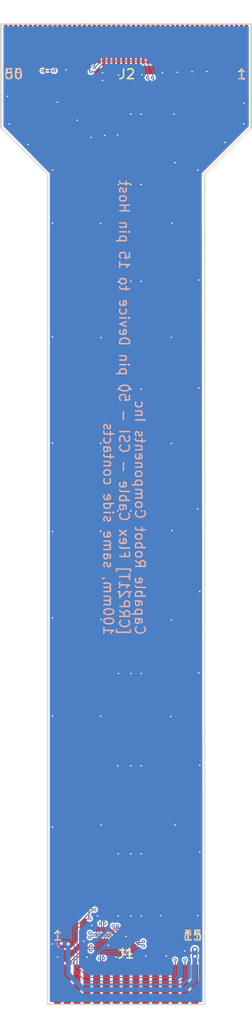
<source format=kicad_pcb>
(kicad_pcb (version 20171130) (host pcbnew "(5.1.8-0-10_14)")

  (general
    (thickness 0.2)
    (drawings 24)
    (tracks 352)
    (zones 0)
    (modules 2)
    (nets 43)
  )

  (page A3)
  (title_block
    (title "Antmicro Alvium flex CSI adapter")
    (rev 1.0.1)
    (comment 2 www.antmicro.com)
    (comment 3 "Antmicro Ltd.")
  )

  (layers
    (0 F.Cu signal)
    (31 B.Cu signal)
    (32 B.Adhes user hide)
    (33 F.Adhes user hide)
    (34 B.Paste user)
    (35 F.Paste user)
    (36 B.SilkS user)
    (37 F.SilkS user)
    (38 B.Mask user)
    (39 F.Mask user)
    (40 Dwgs.User user)
    (41 Cmts.User user)
    (42 Eco1.User user)
    (43 Eco2.User user)
    (44 Edge.Cuts user)
    (45 Margin user)
    (46 B.CrtYd user)
    (47 F.CrtYd user)
    (48 B.Fab user)
    (49 F.Fab user)
  )

  (setup
    (last_trace_width 0.1)
    (user_trace_width 0.1)
    (user_trace_width 0.2)
    (user_trace_width 0.3)
    (user_trace_width 0.5)
    (user_trace_width 1)
    (trace_clearance 0.1)
    (zone_clearance 0.2)
    (zone_45_only no)
    (trace_min 0.1)
    (via_size 0.35)
    (via_drill 0.15)
    (via_min_size 0.35)
    (via_min_drill 0.15)
    (uvia_size 0.35)
    (uvia_drill 0.15)
    (uvias_allowed no)
    (uvia_min_size 0.35)
    (uvia_min_drill 0.15)
    (edge_width 0.15)
    (segment_width 0.35)
    (pcb_text_width 0.3)
    (pcb_text_size 1.5 1.5)
    (mod_edge_width 0.15)
    (mod_text_size 1 1)
    (mod_text_width 0.15)
    (pad_size 0.2999 0.65)
    (pad_drill 0)
    (pad_to_mask_clearance 0.051)
    (solder_mask_min_width 0.25)
    (aux_axis_origin 0 0)
    (grid_origin 148.1 74.66)
    (visible_elements FFFFFF7F)
    (pcbplotparams
      (layerselection 0x010fc_ffffffff)
      (usegerberextensions false)
      (usegerberattributes false)
      (usegerberadvancedattributes false)
      (creategerberjobfile false)
      (excludeedgelayer true)
      (linewidth 0.100000)
      (plotframeref false)
      (viasonmask false)
      (mode 1)
      (useauxorigin false)
      (hpglpennumber 1)
      (hpglpenspeed 20)
      (hpglpendiameter 15.000000)
      (psnegative false)
      (psa4output false)
      (plotreference true)
      (plotvalue true)
      (plotinvisibletext false)
      (padsonsilk false)
      (subtractmaskfromsilk false)
      (outputformat 1)
      (mirror false)
      (drillshape 0)
      (scaleselection 1)
      (outputdirectory "Output/"))
  )

  (net 0 "")
  (net 1 "Net-(J2-Pad46)")
  (net 2 "Net-(J2-Pad45)")
  (net 3 "Net-(J2-Pad44)")
  (net 4 "Net-(J2-Pad43)")
  (net 5 "Net-(J2-Pad38)")
  (net 6 "Net-(J2-Pad37)")
  (net 7 "Net-(J2-Pad36)")
  (net 8 "Net-(J2-Pad35)")
  (net 9 "Net-(J2-Pad34)")
  (net 10 "Net-(J2-Pad31)")
  (net 11 "Net-(J2-Pad17)")
  (net 12 "Net-(J2-Pad16)")
  (net 13 "Net-(J2-Pad14)")
  (net 14 "Net-(J2-Pad13)")
  (net 15 "Net-(J2-Pad11)")
  (net 16 "Net-(J2-Pad10)")
  (net 17 "Net-(J2-Pad8)")
  (net 18 "Net-(J2-Pad7)")
  (net 19 "Net-(J2-Pad6)")
  (net 20 "Net-(J2-Pad5)")
  (net 21 "Net-(J2-Pad4)")
  (net 22 "Net-(J2-Pad3)")
  (net 23 "Net-(J2-Pad2)")
  (net 24 "Net-(J2-Pad1)")
  (net 25 /GND)
  (net 26 /CSI0_D0_P)
  (net 27 /CSI0_D0_N)
  (net 28 /CSI0_D1_P)
  (net 29 /CSI0_D1_N)
  (net 30 /CSI0_CLK_P)
  (net 31 /CSI0_CLK_N)
  (net 32 /SDA)
  (net 33 /SCL)
  (net 34 /IO1)
  (net 35 /3V)
  (net 36 "Net-(J2-Pad50)")
  (net 37 "Net-(J2-Pad49)")
  (net 38 "Net-(J2-Pad22)")
  (net 39 "Net-(J2-Pad21)")
  (net 40 "Net-(J2-Pad20)")
  (net 41 "Net-(J2-Pad19)")
  (net 42 /RST)

  (net_class Default "This is the default net class."
    (clearance 0.1)
    (trace_width 0.1)
    (via_dia 0.35)
    (via_drill 0.15)
    (uvia_dia 0.35)
    (uvia_drill 0.15)
    (diff_pair_width 0.1)
    (diff_pair_gap 0.1)
    (add_net /3V)
    (add_net /CSI0_CLK_N)
    (add_net /CSI0_CLK_P)
    (add_net /CSI0_D0_N)
    (add_net /CSI0_D0_P)
    (add_net /CSI0_D1_N)
    (add_net /CSI0_D1_P)
    (add_net /GND)
    (add_net /IO1)
    (add_net /RST)
    (add_net /SCL)
    (add_net /SDA)
    (add_net "Net-(J2-Pad1)")
    (add_net "Net-(J2-Pad10)")
    (add_net "Net-(J2-Pad11)")
    (add_net "Net-(J2-Pad13)")
    (add_net "Net-(J2-Pad14)")
    (add_net "Net-(J2-Pad16)")
    (add_net "Net-(J2-Pad17)")
    (add_net "Net-(J2-Pad19)")
    (add_net "Net-(J2-Pad2)")
    (add_net "Net-(J2-Pad20)")
    (add_net "Net-(J2-Pad21)")
    (add_net "Net-(J2-Pad22)")
    (add_net "Net-(J2-Pad3)")
    (add_net "Net-(J2-Pad31)")
    (add_net "Net-(J2-Pad34)")
    (add_net "Net-(J2-Pad35)")
    (add_net "Net-(J2-Pad36)")
    (add_net "Net-(J2-Pad37)")
    (add_net "Net-(J2-Pad38)")
    (add_net "Net-(J2-Pad4)")
    (add_net "Net-(J2-Pad43)")
    (add_net "Net-(J2-Pad44)")
    (add_net "Net-(J2-Pad45)")
    (add_net "Net-(J2-Pad46)")
    (add_net "Net-(J2-Pad49)")
    (add_net "Net-(J2-Pad5)")
    (add_net "Net-(J2-Pad50)")
    (add_net "Net-(J2-Pad6)")
    (add_net "Net-(J2-Pad7)")
    (add_net "Net-(J2-Pad8)")
  )

  (module antmicro-alvium-flex-csi-adapter-footprints:WE_687650100002_FLEX (layer F.Cu) (tedit 5E33F533) (tstamp 5FF35CB9)
    (at 150 66.75 180)
    (path /5FE0645A)
    (attr smd)
    (fp_text reference J2 (at -0.077 -3.048) (layer F.SilkS)
      (effects (font (size 1 1) (thickness 0.15)))
    )
    (fp_text value WE_687650100002_FLEX (at 0 3.65) (layer F.Fab)
      (effects (font (size 1 1) (thickness 0.15)))
    )
    (fp_line (start -12.75 -2) (end 12.75 -2) (layer F.CrtYd) (width 0.05))
    (fp_line (start 12.75 -2) (end 12.75 2) (layer F.CrtYd) (width 0.05))
    (fp_line (start -12.75 2) (end 12.75 2) (layer F.CrtYd) (width 0.05))
    (fp_line (start -12.75 -2) (end -12.75 2) (layer F.CrtYd) (width 0.05))
    (pad 50 smd rect (at 12.25 0 180) (size 0.3 4) (layers F.Cu F.Paste F.Mask)
      (net 36 "Net-(J2-Pad50)"))
    (pad 49 smd rect (at 11.75 0 180) (size 0.3 4) (layers F.Cu F.Paste F.Mask)
      (net 37 "Net-(J2-Pad49)"))
    (pad 48 smd rect (at 11.25 0 180) (size 0.3 4) (layers F.Cu F.Paste F.Mask)
      (net 35 /3V))
    (pad 47 smd rect (at 10.75 0 180) (size 0.3 4) (layers F.Cu F.Paste F.Mask)
      (net 35 /3V))
    (pad 46 smd rect (at 10.25 0 180) (size 0.3 4) (layers F.Cu F.Paste F.Mask)
      (net 1 "Net-(J2-Pad46)"))
    (pad 45 smd rect (at 9.75 0 180) (size 0.3 4) (layers F.Cu F.Paste F.Mask)
      (net 2 "Net-(J2-Pad45)"))
    (pad 44 smd rect (at 9.25 0 180) (size 0.3 4) (layers F.Cu F.Paste F.Mask)
      (net 3 "Net-(J2-Pad44)"))
    (pad 43 smd rect (at 8.75 0 180) (size 0.3 4) (layers F.Cu F.Paste F.Mask)
      (net 4 "Net-(J2-Pad43)"))
    (pad 42 smd rect (at 8.25 0 180) (size 0.3 4) (layers F.Cu F.Paste F.Mask)
      (net 33 /SCL))
    (pad 41 smd rect (at 7.75 0 180) (size 0.3 4) (layers F.Cu F.Paste F.Mask)
      (net 32 /SDA))
    (pad 40 smd rect (at 7.25 0 180) (size 0.3 4) (layers F.Cu F.Paste F.Mask)
      (net 33 /SCL))
    (pad 39 smd rect (at 6.75 0 180) (size 0.3 4) (layers F.Cu F.Paste F.Mask)
      (net 32 /SDA))
    (pad 38 smd rect (at 6.25 0 180) (size 0.3 4) (layers F.Cu F.Paste F.Mask)
      (net 5 "Net-(J2-Pad38)"))
    (pad 37 smd rect (at 5.75 0 180) (size 0.3 4) (layers F.Cu F.Paste F.Mask)
      (net 6 "Net-(J2-Pad37)"))
    (pad 36 smd rect (at 5.25 0 180) (size 0.3 4) (layers F.Cu F.Paste F.Mask)
      (net 7 "Net-(J2-Pad36)"))
    (pad 35 smd rect (at 4.75 0 180) (size 0.3 4) (layers F.Cu F.Paste F.Mask)
      (net 8 "Net-(J2-Pad35)"))
    (pad 34 smd rect (at 4.25 0 180) (size 0.3 4) (layers F.Cu F.Paste F.Mask)
      (net 9 "Net-(J2-Pad34)"))
    (pad 33 smd rect (at 3.75 0 180) (size 0.3 4) (layers F.Cu F.Paste F.Mask)
      (net 42 /RST))
    (pad 32 smd rect (at 3.25 0 180) (size 0.3 4) (layers F.Cu F.Paste F.Mask)
      (net 34 /IO1))
    (pad 31 smd rect (at 2.75 0 180) (size 0.3 4) (layers F.Cu F.Paste F.Mask)
      (net 10 "Net-(J2-Pad31)"))
    (pad 30 smd rect (at 2.25 0 180) (size 0.3 4) (layers F.Cu F.Paste F.Mask)
      (net 25 /GND))
    (pad 29 smd rect (at 1.75 0 180) (size 0.3 4) (layers F.Cu F.Paste F.Mask)
      (net 30 /CSI0_CLK_P))
    (pad 28 smd rect (at 1.25 0 180) (size 0.3 4) (layers F.Cu F.Paste F.Mask)
      (net 31 /CSI0_CLK_N))
    (pad 27 smd rect (at 0.75 0 180) (size 0.3 4) (layers F.Cu F.Paste F.Mask)
      (net 25 /GND))
    (pad 26 smd rect (at 0.25 0 180) (size 0.3 4) (layers F.Cu F.Paste F.Mask)
      (net 26 /CSI0_D0_P))
    (pad 25 smd rect (at -0.25 0 180) (size 0.3 4) (layers F.Cu F.Paste F.Mask)
      (net 27 /CSI0_D0_N))
    (pad 24 smd rect (at -0.75 0 180) (size 0.3 4) (layers F.Cu F.Paste F.Mask)
      (net 28 /CSI0_D1_P))
    (pad 23 smd rect (at -1.25 0 180) (size 0.3 4) (layers F.Cu F.Paste F.Mask)
      (net 29 /CSI0_D1_N))
    (pad 22 smd rect (at -1.75 0 180) (size 0.3 4) (layers F.Cu F.Paste F.Mask)
      (net 38 "Net-(J2-Pad22)"))
    (pad 21 smd rect (at -2.25 0 180) (size 0.3 4) (layers F.Cu F.Paste F.Mask)
      (net 39 "Net-(J2-Pad21)"))
    (pad 20 smd rect (at -2.75 0 180) (size 0.3 4) (layers F.Cu F.Paste F.Mask)
      (net 40 "Net-(J2-Pad20)"))
    (pad 19 smd rect (at -3.25 0 180) (size 0.3 4) (layers F.Cu F.Paste F.Mask)
      (net 41 "Net-(J2-Pad19)"))
    (pad 18 smd rect (at -3.75 0 180) (size 0.3 4) (layers F.Cu F.Paste F.Mask)
      (net 25 /GND))
    (pad 17 smd rect (at -4.25 0 180) (size 0.3 4) (layers F.Cu F.Paste F.Mask)
      (net 11 "Net-(J2-Pad17)"))
    (pad 16 smd rect (at -4.75 0 180) (size 0.3 4) (layers F.Cu F.Paste F.Mask)
      (net 12 "Net-(J2-Pad16)"))
    (pad 15 smd rect (at -5.25 0 180) (size 0.3 4) (layers F.Cu F.Paste F.Mask)
      (net 25 /GND))
    (pad 14 smd rect (at -5.75 0 180) (size 0.3 4) (layers F.Cu F.Paste F.Mask)
      (net 13 "Net-(J2-Pad14)"))
    (pad 13 smd rect (at -6.25 0 180) (size 0.3 4) (layers F.Cu F.Paste F.Mask)
      (net 14 "Net-(J2-Pad13)"))
    (pad 12 smd rect (at -6.75 0 180) (size 0.3 4) (layers F.Cu F.Paste F.Mask)
      (net 25 /GND))
    (pad 11 smd rect (at -7.25 0 180) (size 0.3 4) (layers F.Cu F.Paste F.Mask)
      (net 15 "Net-(J2-Pad11)"))
    (pad 10 smd rect (at -7.75 0 180) (size 0.3 4) (layers F.Cu F.Paste F.Mask)
      (net 16 "Net-(J2-Pad10)"))
    (pad 9 smd rect (at -8.25 0 180) (size 0.3 4) (layers F.Cu F.Paste F.Mask)
      (net 25 /GND))
    (pad 8 smd rect (at -8.75 0 180) (size 0.3 4) (layers F.Cu F.Paste F.Mask)
      (net 17 "Net-(J2-Pad8)"))
    (pad 7 smd rect (at -9.25 0 180) (size 0.3 4) (layers F.Cu F.Paste F.Mask)
      (net 18 "Net-(J2-Pad7)"))
    (pad 6 smd rect (at -9.75 0 180) (size 0.3 4) (layers F.Cu F.Paste F.Mask)
      (net 19 "Net-(J2-Pad6)"))
    (pad 5 smd rect (at -10.25 0 180) (size 0.3 4) (layers F.Cu F.Paste F.Mask)
      (net 20 "Net-(J2-Pad5)"))
    (pad 4 smd rect (at -10.75 0 180) (size 0.3 4) (layers F.Cu F.Paste F.Mask)
      (net 21 "Net-(J2-Pad4)"))
    (pad 3 smd rect (at -11.25 0 180) (size 0.3 4) (layers F.Cu F.Paste F.Mask)
      (net 22 "Net-(J2-Pad3)"))
    (pad 2 smd rect (at -11.75 0 180) (size 0.3 4) (layers F.Cu F.Paste F.Mask)
      (net 23 "Net-(J2-Pad2)"))
    (pad 1 smd rect (at -12.25 0 180) (size 0.3 4) (layers F.Cu F.Paste F.Mask)
      (net 24 "Net-(J2-Pad1)"))
  )

  (module "antmicro-alvium-flex-csi-adapter-footprints:WE_ 686715100001_FLEX" (layer F.Cu) (tedit 5FEB98EF) (tstamp 5FF34F6B)
    (at 150 162.5)
    (path /5FEC557A)
    (attr smd)
    (fp_text reference J1 (at -0.02 -3.17) (layer F.SilkS)
      (effects (font (size 1 1) (thickness 0.15)))
    )
    (fp_text value WE_686715100001_FLEX (at 0.5 3.15) (layer F.Fab)
      (effects (font (size 1 1) (thickness 0.15)))
    )
    (fp_line (start -8 -2.05) (end 8 -2.05) (layer F.CrtYd) (width 0.05))
    (fp_line (start 8 -2.05) (end 8 1.95) (layer F.CrtYd) (width 0.05))
    (fp_line (start -8 1.95) (end 8 1.95) (layer F.CrtYd) (width 0.05))
    (fp_line (start -8 -2.05) (end -8 1.95) (layer F.CrtYd) (width 0.05))
    (pad 1 smd rect (at -7 -0.05) (size 0.7 4) (layers F.Cu F.Paste F.Mask)
      (net 25 /GND))
    (pad 2 smd rect (at -6 -0.05) (size 0.7 4) (layers F.Cu F.Paste F.Mask)
      (net 27 /CSI0_D0_N))
    (pad 3 smd rect (at -5 -0.05) (size 0.7 4) (layers F.Cu F.Paste F.Mask)
      (net 26 /CSI0_D0_P))
    (pad 4 smd rect (at -4 -0.05) (size 0.7 4) (layers F.Cu F.Paste F.Mask)
      (net 25 /GND))
    (pad 5 smd rect (at -3 -0.05) (size 0.7 4) (layers F.Cu F.Paste F.Mask)
      (net 29 /CSI0_D1_N))
    (pad 6 smd rect (at -2 -0.05) (size 0.7 4) (layers F.Cu F.Paste F.Mask)
      (net 28 /CSI0_D1_P))
    (pad 7 smd rect (at -1 -0.05) (size 0.7 4) (layers F.Cu F.Paste F.Mask)
      (net 25 /GND))
    (pad 8 smd rect (at 0 -0.05) (size 0.7 4) (layers F.Cu F.Paste F.Mask)
      (net 31 /CSI0_CLK_N))
    (pad 9 smd rect (at 1 -0.05) (size 0.7 4) (layers F.Cu F.Paste F.Mask)
      (net 30 /CSI0_CLK_P))
    (pad 10 smd rect (at 2 -0.05) (size 0.7 4) (layers F.Cu F.Paste F.Mask)
      (net 25 /GND))
    (pad 11 smd rect (at 3 -0.05) (size 0.7 4) (layers F.Cu F.Paste F.Mask)
      (net 42 /RST))
    (pad 12 smd rect (at 4 -0.05) (size 0.7 4) (layers F.Cu F.Paste F.Mask)
      (net 34 /IO1))
    (pad 13 smd rect (at 5 -0.05) (size 0.7 4) (layers F.Cu F.Paste F.Mask)
      (net 33 /SCL))
    (pad 14 smd rect (at 6 -0.05) (size 0.7 4) (layers F.Cu F.Paste F.Mask)
      (net 32 /SDA))
    (pad 15 smd rect (at 7 -0.05) (size 0.7 4) (layers F.Cu F.Paste F.Mask)
      (net 35 /3V))
  )

  (gr_text 1 (at 161.77 69.8) (layer B.SilkS) (tstamp 5FF350A4)
    (effects (font (size 1 1) (thickness 0.15)) (justify mirror))
  )
  (gr_text 50 (at 138.52 69.79) (layer B.SilkS) (tstamp 5FF3509B)
    (effects (font (size 1 1) (thickness 0.15)) (justify mirror))
  )
  (gr_text "Stiffener \nBOTTOM" (at 150.3 68.5) (layer B.Fab) (tstamp 5F36F47A)
    (effects (font (size 1 1) (thickness 0.15)))
  )
  (gr_text "Capable Robot Components Inc\n[CRP21T] Flex Cable - CSI - 50 pin Device to 15 pin Host\n100mm, same side contacts" (at 149.8 127 270) (layer B.SilkS) (tstamp 5F882C45)
    (effects (font (size 1 1) (thickness 0.15)) (justify left mirror))
  )
  (gr_line (start 137.25 64.85) (end 162.65 64.85) (layer B.Fab) (width 0.2) (tstamp 5F882B53))
  (gr_line (start 137.25 74.054) (end 162.75 74.054) (layer B.Fab) (width 0.2) (tstamp 5F882B52))
  (gr_line (start 162.75 64.7) (end 162.75 75.25) (layer Edge.Cuts) (width 0.15) (tstamp 5F859845))
  (gr_line (start 137.25 64.7) (end 162.75 64.7) (layer Edge.Cuts) (width 0.15) (tstamp 5F859820))
  (gr_text 1 (at 143.03 157.5) (layer B.SilkS) (tstamp 5FF34F9F)
    (effects (font (size 1 1) (thickness 0.15)) (justify mirror))
  )
  (gr_text 15 (at 156.77 157.5) (layer B.SilkS) (tstamp 5F3A7C09)
    (effects (font (size 1 1) (thickness 0.15)) (justify mirror))
  )
  (gr_text 1 (at 161.784 69.798) (layer F.SilkS) (tstamp 5F36F4C4)
    (effects (font (size 1 1) (thickness 0.15)))
  )
  (gr_text 50 (at 138.55 69.798) (layer F.SilkS) (tstamp 5F36F4C3)
    (effects (font (size 1 1) (thickness 0.15)))
  )
  (gr_line (start 142 156.5) (end 158 156.5) (layer B.Fab) (width 0.15) (tstamp 5F36F479))
  (gr_line (start 155.71 164.5) (end 144.2 164.5) (layer B.Fab) (width 0.15) (tstamp 5F36F478))
  (gr_text 1 (at 143.03 157.5) (layer F.SilkS) (tstamp 5F36F45B)
    (effects (font (size 1 1) (thickness 0.15)))
  )
  (gr_text 15 (at 156.8 157.5) (layer F.SilkS) (tstamp 5F36F45A)
    (effects (font (size 1 1) (thickness 0.15)))
  )
  (gr_line (start 158 80) (end 162.75 75.25) (layer Edge.Cuts) (width 0.15) (tstamp 5F36F410))
  (gr_line (start 137.25 64.7) (end 137.25 75.25) (layer Edge.Cuts) (width 0.15) (tstamp 5F36F3AC))
  (gr_line (start 142 164.5) (end 158 164.5) (layer Edge.Cuts) (width 0.15) (tstamp 5F36F302))
  (gr_line (start 142 164.5) (end 142 80) (layer Edge.Cuts) (width 0.15) (tstamp 5FEC0317))
  (gr_text "Stiffener \nBOTTOM" (at 150.05 160.75) (layer B.Fab) (tstamp 5F36F2B6)
    (effects (font (size 1 1) (thickness 0.15)))
  )
  (gr_line (start 162.702 64.736) (end 162.702 75.286) (layer F.SilkS) (width 0.15) (tstamp 5F36F27D))
  (gr_line (start 158 164.5) (end 158 80) (layer Edge.Cuts) (width 0.15) (tstamp 5F36F24B))
  (gr_line (start 137.25 75.25) (end 142 80) (layer Edge.Cuts) (width 0.15) (tstamp 5F36F24A))

  (via (at 137.8864 69.4172) (size 0.35) (drill 0.15) (layers F.Cu B.Cu) (net 25) (tstamp 5FF33FD6))
  (segment (start 148.95 154.4) (end 148.95 154.93) (width 0.24) (layer F.Cu) (net 25))
  (via (at 152 159.6) (size 0.35) (drill 0.15) (layers F.Cu B.Cu) (net 25) (tstamp 5FF3330A))
  (via (at 143.016 159.7) (size 0.35) (drill 0.15) (layers F.Cu B.Cu) (net 25) (tstamp 5FF33266))
  (segment (start 143.01 162.4715) (end 143.01 159.7) (width 0.3) (layer F.Cu) (net 25) (tstamp 5FF332FC))
  (segment (start 146.01 162.4715) (end 146.01 159.7) (width 0.3) (layer F.Cu) (net 25) (tstamp 5FF33149))
  (via (at 146.016 159.7) (size 0.35) (drill 0.15) (layers F.Cu B.Cu) (net 25) (tstamp 5FF3313E))
  (segment (start 152 162.4715) (end 152 159.7) (width 0.3) (layer F.Cu) (net 25) (tstamp 5FF32F77))
  (via (at 143.88 69.35) (size 0.35) (drill 0.15) (layers F.Cu B.Cu) (net 25) (tstamp 5F36F303))
  (via (at 150.481 73.862) (size 0.35) (drill 0.15) (layers F.Cu B.Cu) (net 25))
  (via (at 151.52 73.87) (size 0.35) (drill 0.15) (layers F.Cu B.Cu) (net 25))
  (via (at 143 72.66) (size 0.35) (drill 0.15) (layers F.Cu B.Cu) (net 25))
  (via (at 145.02 74.497) (size 0.35) (drill 0.15) (layers F.Cu B.Cu) (net 25))
  (via (at 161.9745 70.306) (size 0.35) (drill 0.15) (layers F.Cu B.Cu) (net 25))
  (via (at 154.9895 78.815) (size 0.35) (drill 0.15) (layers F.Cu B.Cu) (net 25))
  (via (at 153.7 69.66) (size 0.35) (drill 0.15) (layers F.Cu B.Cu) (net 25))
  (via (at 149.211 81.0375) (size 0.35) (drill 0.15) (layers F.Cu B.Cu) (net 25))
  (via (at 150.47 81.04) (size 0.35) (drill 0.15) (layers F.Cu B.Cu) (net 25))
  (via (at 151.52 81.04) (size 0.35) (drill 0.15) (layers F.Cu B.Cu) (net 25))
  (via (at 154.672 84.9745) (size 0.35) (drill 0.15) (layers F.Cu B.Cu) (net 25))
  (via (at 154.6085 96.595) (size 0.35) (drill 0.15) (layers F.Cu B.Cu) (net 25))
  (via (at 149.211 90.9435) (size 0.35) (drill 0.15) (layers F.Cu B.Cu) (net 25))
  (via (at 150.47 90.88) (size 0.35) (drill 0.15) (layers F.Cu B.Cu) (net 25))
  (via (at 151.54 90.89) (size 0.35) (drill 0.15) (layers F.Cu B.Cu) (net 25) (tstamp 5FF33E63))
  (via (at 149.211 101.8655) (size 0.35) (drill 0.15) (layers F.Cu B.Cu) (net 25))
  (via (at 150.481 101.8655) (size 0.35) (drill 0.15) (layers F.Cu B.Cu) (net 25))
  (via (at 151.55 101.8655) (size 0.35) (drill 0.15) (layers F.Cu B.Cu) (net 25) (tstamp 5FF33E6A))
  (via (at 154.6085 107.39) (size 0.35) (drill 0.15) (layers F.Cu B.Cu) (net 25))
  (via (at 149.1475 114.248) (size 0.35) (drill 0.15) (layers F.Cu B.Cu) (net 25))
  (via (at 150.481 114.248) (size 0.35) (drill 0.15) (layers F.Cu B.Cu) (net 25))
  (via (at 151.57 114.248) (size 0.35) (drill 0.15) (layers F.Cu B.Cu) (net 25))
  (via (at 154.672 116.28) (size 0.35) (drill 0.15) (layers F.Cu B.Cu) (net 25))
  (via (at 149.211 122.503) (size 0.35) (drill 0.15) (layers F.Cu B.Cu) (net 25))
  (via (at 150.481 122.503) (size 0.35) (drill 0.15) (layers F.Cu B.Cu) (net 25))
  (via (at 151.55 122.503) (size 0.35) (drill 0.15) (layers F.Cu B.Cu) (net 25))
  (via (at 154.6085 125.3605) (size 0.35) (drill 0.15) (layers F.Cu B.Cu) (net 25))
  (via (at 154.545 135.203) (size 0.35) (drill 0.15) (layers F.Cu B.Cu) (net 25))
  (via (at 149.211 130.8215) (size 0.35) (drill 0.15) (layers F.Cu B.Cu) (net 25))
  (via (at 150.481 130.8215) (size 0.35) (drill 0.15) (layers F.Cu B.Cu) (net 25))
  (via (at 151.55 130.82) (size 0.35) (drill 0.15) (layers F.Cu B.Cu) (net 25))
  (via (at 149.1475 140.2195) (size 0.35) (drill 0.15) (layers F.Cu B.Cu) (net 25))
  (via (at 150.481 140.2195) (size 0.35) (drill 0.15) (layers F.Cu B.Cu) (net 25))
  (via (at 151.56 140.2195) (size 0.35) (drill 0.15) (layers F.Cu B.Cu) (net 25))
  (via (at 154.9895 146.252) (size 0.35) (drill 0.15) (layers F.Cu B.Cu) (net 25))
  (via (at 153.5 155.46) (size 0.35) (drill 0.15) (layers F.Cu B.Cu) (net 25))
  (via (at 149.211 149.173) (size 0.35) (drill 0.15) (layers F.Cu B.Cu) (net 25))
  (via (at 150.481 149.173) (size 0.35) (drill 0.15) (layers F.Cu B.Cu) (net 25))
  (via (at 151.55 149.17) (size 0.35) (drill 0.15) (layers F.Cu B.Cu) (net 25))
  (via (at 149.2 155.5) (size 0.35) (drill 0.15) (layers F.Cu B.Cu) (net 25))
  (via (at 150.481 155.5) (size 0.35) (drill 0.15) (layers F.Cu B.Cu) (net 25))
  (via (at 151.55 155.5) (size 0.35) (drill 0.15) (layers F.Cu B.Cu) (net 25))
  (via (at 147.814 76.0464) (size 0.35) (drill 0.15) (layers F.Cu B.Cu) (net 25))
  (via (at 149.1348 75.9956) (size 0.35) (drill 0.15) (layers F.Cu B.Cu) (net 25))
  (via (at 146.4424 76.2496) (size 0.35) (drill 0.15) (layers F.Cu B.Cu) (net 25))
  (via (at 147.4584 146.252) (size 0.35) (drill 0.15) (layers F.Cu B.Cu) (net 25))
  (via (at 147.4076 135.1776) (size 0.35) (drill 0.15) (layers F.Cu B.Cu) (net 25))
  (via (at 147.4584 125.3224) (size 0.35) (drill 0.15) (layers F.Cu B.Cu) (net 25))
  (via (at 147.4076 116.3308) (size 0.35) (drill 0.15) (layers F.Cu B.Cu) (net 25))
  (via (at 147.4076 107.39) (size 0.35) (drill 0.15) (layers F.Cu B.Cu) (net 25))
  (via (at 147.4584 96.6204) (size 0.35) (drill 0.15) (layers F.Cu B.Cu) (net 25))
  (via (at 147.4076 84.9872) (size 0.35) (drill 0.15) (layers F.Cu B.Cu) (net 25))
  (segment (start 153.723 66.75) (end 153.723 69.467) (width 0.3) (layer F.Cu) (net 25) (tstamp 5F36F2A1) (status 10))
  (segment (start 147.723 66.75) (end 147.723 69.385) (width 0.3) (layer F.Cu) (net 25) (tstamp 5F36F3E4) (status 10))
  (via (at 149 159.7) (size 0.35) (drill 0.15) (layers F.Cu B.Cu) (net 25))
  (segment (start 149.223 69.913) (end 149.223 70.3575) (width 0.5) (layer F.Cu) (net 25) (tstamp 5F37C448))
  (via (at 149.223 69.913) (size 0.35) (drill 0.15) (layers F.Cu B.Cu) (net 25))
  (segment (start 149.223 66.9285) (end 149.223 69.913) (width 0.3) (layer F.Cu) (net 25) (status 10))
  (segment (start 149.223 66.75) (end 149.223 66.9285) (width 0.3) (layer F.Cu) (net 25) (status 30))
  (via (at 147.6 69.66) (size 0.35) (drill 0.15) (layers F.Cu B.Cu) (net 25))
  (segment (start 149 162.4715) (end 149 159.7) (width 0.3) (layer F.Cu) (net 25))
  (segment (start 150.55 144.65) (end 149.45 144.65) (width 0.5) (layer B.Cu) (net 25))
  (segment (start 150.55 144.65) (end 150.55 145.55) (width 0.5) (layer B.Cu) (net 25))
  (segment (start 150.55 144.65) (end 151.45 144.65) (width 0.5) (layer B.Cu) (net 25))
  (via (at 150 157.6) (size 0.35) (drill 0.15) (layers F.Cu B.Cu) (net 25))
  (via (at 147.09 155.49) (size 0.35) (drill 0.15) (layers F.Cu B.Cu) (net 25))
  (via (at 148.18 158.49) (size 0.35) (drill 0.15) (layers F.Cu B.Cu) (net 25))
  (via (at 138.1 74.86) (size 0.35) (drill 0.15) (layers F.Cu B.Cu) (net 25))
  (via (at 140 76.96) (size 0.35) (drill 0.15) (layers F.Cu B.Cu) (net 25))
  (via (at 142.5 79.56) (size 0.35) (drill 0.15) (layers F.Cu B.Cu) (net 25))
  (via (at 137.9 72.06) (size 0.35) (drill 0.15) (layers F.Cu B.Cu) (net 25))
  (via (at 142.5 84.96) (size 0.35) (drill 0.15) (layers F.Cu B.Cu) (net 25))
  (via (at 142.5 96.56) (size 0.35) (drill 0.15) (layers F.Cu B.Cu) (net 25))
  (via (at 142.5 107.36) (size 0.35) (drill 0.15) (layers F.Cu B.Cu) (net 25))
  (via (at 142.5 116.36) (size 0.35) (drill 0.15) (layers F.Cu B.Cu) (net 25))
  (via (at 142.5 125.16) (size 0.35) (drill 0.15) (layers F.Cu B.Cu) (net 25))
  (via (at 142.5 135.16) (size 0.35) (drill 0.15) (layers F.Cu B.Cu) (net 25))
  (via (at 142.5 146.46) (size 0.35) (drill 0.15) (layers F.Cu B.Cu) (net 25))
  (via (at 142.5 158.36) (size 0.35) (drill 0.15) (layers F.Cu B.Cu) (net 25))
  (via (at 145.7 158.06) (size 0.35) (drill 0.15) (layers F.Cu B.Cu) (net 25))
  (via (at 146.5 156.46) (size 0.35) (drill 0.15) (layers F.Cu B.Cu) (net 25))
  (via (at 155.223 69.615) (size 0.35) (drill 0.15) (layers F.Cu B.Cu) (net 25))
  (segment (start 155.223 66.75) (end 155.223 69.615) (width 0.3) (layer F.Cu) (net 25) (tstamp 5F36F2A0) (status 10))
  (via (at 156.723 69.547) (size 0.35) (drill 0.15) (layers F.Cu B.Cu) (net 25))
  (segment (start 156.723 66.75) (end 156.723 69.547) (width 0.3) (layer F.Cu) (net 25) (tstamp 5F36F3FD) (status 10))
  (via (at 158.223 69.53701) (size 0.35) (drill 0.15) (layers F.Cu B.Cu) (net 25))
  (segment (start 158.223 69.877) (end 158.223 69.53701) (width 0.3) (layer F.Cu) (net 25))
  (segment (start 158.223 66.75) (end 158.223 69.53701) (width 0.3) (layer F.Cu) (net 25))
  (via (at 154.9 73.86) (size 0.35) (drill 0.15) (layers F.Cu B.Cu) (net 25))
  (via (at 162 72.76) (size 0.35) (drill 0.15) (layers F.Cu B.Cu) (net 25))
  (via (at 162 74.86) (size 0.35) (drill 0.15) (layers F.Cu B.Cu) (net 25))
  (via (at 160.1 76.76) (size 0.35) (drill 0.15) (layers F.Cu B.Cu) (net 25))
  (via (at 157.3 79.56) (size 0.35) (drill 0.15) (layers F.Cu B.Cu) (net 25))
  (via (at 157.4 90.76) (size 0.35) (drill 0.15) (layers F.Cu B.Cu) (net 25))
  (via (at 157.4 101.76) (size 0.35) (drill 0.15) (layers F.Cu B.Cu) (net 25))
  (via (at 157.3 114.06) (size 0.35) (drill 0.15) (layers F.Cu B.Cu) (net 25))
  (via (at 157.5 122.46) (size 0.35) (drill 0.15) (layers F.Cu B.Cu) (net 25))
  (via (at 157.4 130.76) (size 0.35) (drill 0.15) (layers F.Cu B.Cu) (net 25))
  (via (at 157.5 140.16) (size 0.35) (drill 0.15) (layers F.Cu B.Cu) (net 25))
  (via (at 157.5 148.96) (size 0.35) (drill 0.15) (layers F.Cu B.Cu) (net 25))
  (via (at 150.49 69.94) (size 0.35) (drill 0.15) (layers F.Cu B.Cu) (net 25))
  (via (at 147.6 70.46) (size 0.35) (drill 0.15) (layers F.Cu B.Cu) (net 25))
  (via (at 151.6 69.86) (size 0.35) (drill 0.15) (layers F.Cu B.Cu) (net 25))
  (via (at 154.1 159.56) (size 0.35) (drill 0.15) (layers F.Cu B.Cu) (net 25))
  (via (at 156 159.06) (size 0.35) (drill 0.15) (layers F.Cu B.Cu) (net 25))
  (via (at 157.3 155.46) (size 0.35) (drill 0.15) (layers F.Cu B.Cu) (net 25))
  (via (at 149.125 156.5) (size 0.35) (drill 0.15) (layers F.Cu B.Cu) (net 26))
  (via (at 146.4 159.007818) (size 0.35) (drill 0.15) (layers F.Cu B.Cu) (net 26))
  (segment (start 149 156.625) (end 149.125 156.5) (width 0.1) (layer B.Cu) (net 26))
  (segment (start 149 156.83) (end 149 156.625) (width 0.1) (layer B.Cu) (net 26))
  (segment (start 146.947182 158.882818) (end 149 156.83) (width 0.1) (layer B.Cu) (net 26))
  (segment (start 146.5 158.882818) (end 146.947182 158.882818) (width 0.1) (layer B.Cu) (net 26))
  (segment (start 146.4 159.007818) (end 146.5 158.882818) (width 0.1) (layer B.Cu) (net 26))
  (segment (start 144.6 160.4) (end 145 160.8) (width 0.1) (layer F.Cu) (net 26))
  (segment (start 145.917182 158.882818) (end 144.6 160.2) (width 0.1) (layer F.Cu) (net 26))
  (segment (start 146.4 159.007818) (end 146.275 158.882818) (width 0.1) (layer F.Cu) (net 26))
  (segment (start 146.275 158.882818) (end 145.917182 158.882818) (width 0.1) (layer F.Cu) (net 26))
  (segment (start 145 160.8) (end 145 162.45) (width 0.1) (layer F.Cu) (net 26))
  (segment (start 144.6 160.2) (end 144.6 160.4) (width 0.1) (layer F.Cu) (net 26))
  (segment (start 149.07 156.75) (end 149 156.68) (width 0.1) (layer F.Cu) (net 26))
  (segment (start 149 156.625) (end 149.125 156.5) (width 0.1) (layer F.Cu) (net 26))
  (segment (start 149.873 156.177) (end 149.3 156.75) (width 0.1) (layer F.Cu) (net 26))
  (segment (start 149 156.68) (end 149 156.625) (width 0.1) (layer F.Cu) (net 26))
  (segment (start 149.3 156.75) (end 149.07 156.75) (width 0.1) (layer F.Cu) (net 26))
  (segment (start 149.723 69.303) (end 149.723 66.75) (width 0.1) (layer F.Cu) (net 26))
  (segment (start 149.873 154.167) (end 149.873 69.453) (width 0.1) (layer F.Cu) (net 26))
  (segment (start 149.866731 154.22263) (end 149.873 154.167) (width 0.1) (layer F.Cu) (net 26))
  (segment (start 149.848242 154.27547) (end 149.866731 154.22263) (width 0.1) (layer F.Cu) (net 26))
  (segment (start 149.818457 154.322872) (end 149.848242 154.27547) (width 0.1) (layer F.Cu) (net 26))
  (segment (start 149.778872 154.362457) (end 149.818457 154.322872) (width 0.1) (layer F.Cu) (net 26))
  (segment (start 149.73147 154.392242) (end 149.778872 154.362457) (width 0.1) (layer F.Cu) (net 26))
  (segment (start 149.623 154.417) (end 149.67863 154.410731) (width 0.1) (layer F.Cu) (net 26))
  (segment (start 149.507255 154.423268) (end 149.562886 154.417) (width 0.1) (layer F.Cu) (net 26))
  (segment (start 149.312886 154.667) (end 149.319154 154.611369) (width 0.1) (layer F.Cu) (net 26))
  (segment (start 149.454415 154.441757) (end 149.507255 154.423268) (width 0.1) (layer F.Cu) (net 26))
  (segment (start 149.407013 154.471542) (end 149.454415 154.441757) (width 0.1) (layer F.Cu) (net 26))
  (segment (start 149.818457 155.011127) (end 149.778872 154.971542) (width 0.1) (layer F.Cu) (net 26))
  (segment (start 149.367428 154.511127) (end 149.407013 154.471542) (width 0.1) (layer F.Cu) (net 26))
  (segment (start 149.367428 154.822872) (end 149.337643 154.77547) (width 0.1) (layer F.Cu) (net 26))
  (segment (start 149.319154 154.72263) (end 149.312886 154.667) (width 0.1) (layer F.Cu) (net 26))
  (segment (start 149.337643 154.77547) (end 149.319154 154.72263) (width 0.1) (layer F.Cu) (net 26))
  (segment (start 149.873 69.453) (end 149.723 69.303) (width 0.1) (layer F.Cu) (net 26))
  (segment (start 149.67863 154.923268) (end 149.623 154.917) (width 0.1) (layer F.Cu) (net 26))
  (segment (start 149.319154 154.611369) (end 149.337643 154.558529) (width 0.1) (layer F.Cu) (net 26))
  (segment (start 149.407013 154.862457) (end 149.367428 154.822872) (width 0.1) (layer F.Cu) (net 26))
  (segment (start 149.507255 154.910731) (end 149.454415 154.892242) (width 0.1) (layer F.Cu) (net 26))
  (segment (start 149.67863 154.410731) (end 149.73147 154.392242) (width 0.1) (layer F.Cu) (net 26))
  (segment (start 149.778872 154.971542) (end 149.73147 154.941757) (width 0.1) (layer F.Cu) (net 26))
  (segment (start 149.562886 154.917) (end 149.507255 154.910731) (width 0.1) (layer F.Cu) (net 26))
  (segment (start 149.454415 154.892242) (end 149.407013 154.862457) (width 0.1) (layer F.Cu) (net 26))
  (segment (start 149.337643 154.558529) (end 149.367428 154.511127) (width 0.1) (layer F.Cu) (net 26))
  (segment (start 149.623 154.917) (end 149.562886 154.917) (width 0.1) (layer F.Cu) (net 26))
  (segment (start 149.73147 154.941757) (end 149.67863 154.923268) (width 0.1) (layer F.Cu) (net 26))
  (segment (start 149.866731 155.111369) (end 149.848242 155.058529) (width 0.1) (layer F.Cu) (net 26))
  (segment (start 149.848242 155.058529) (end 149.818457 155.011127) (width 0.1) (layer F.Cu) (net 26))
  (segment (start 149.562886 154.417) (end 149.623 154.417) (width 0.1) (layer F.Cu) (net 26))
  (segment (start 149.873 155.167) (end 149.866731 155.111369) (width 0.1) (layer F.Cu) (net 26))
  (segment (start 149.873 155.167) (end 149.873 156.177) (width 0.1) (layer F.Cu) (net 26))
  (via (at 148.675 156.5) (size 0.35) (drill 0.15) (layers F.Cu B.Cu) (net 27))
  (via (at 146.4 158.557818) (size 0.35) (drill 0.15) (layers F.Cu B.Cu) (net 27))
  (segment (start 148.8 156.625) (end 148.675 156.5) (width 0.1) (layer B.Cu) (net 27))
  (segment (start 148.8 156.74) (end 148.8 156.625) (width 0.1) (layer B.Cu) (net 27))
  (segment (start 146.857182 158.682818) (end 148.8 156.74) (width 0.1) (layer B.Cu) (net 27))
  (segment (start 146.5 158.682818) (end 146.857182 158.682818) (width 0.1) (layer B.Cu) (net 27))
  (segment (start 146.4 158.557818) (end 146.5 158.682818) (width 0.1) (layer B.Cu) (net 27))
  (segment (start 144.4 160.11) (end 144.4 160.4) (width 0.1) (layer F.Cu) (net 27))
  (segment (start 145.827182 158.682818) (end 144.4 160.11) (width 0.1) (layer F.Cu) (net 27))
  (segment (start 146.3 158.682818) (end 145.827182 158.682818) (width 0.1) (layer F.Cu) (net 27))
  (segment (start 144.4 160.4) (end 144 160.8) (width 0.1) (layer F.Cu) (net 27))
  (segment (start 144 160.8) (end 144 162.45) (width 0.1) (layer F.Cu) (net 27))
  (segment (start 146.4 158.557818) (end 146.3 158.682818) (width 0.1) (layer F.Cu) (net 27))
  (segment (start 150.223 69.297) (end 150.223 66.75) (width 0.1) (layer F.Cu) (net 27))
  (segment (start 150.073 69.447) (end 150.223 69.297) (width 0.1) (layer F.Cu) (net 27))
  (segment (start 150.073 156.267) (end 150.073 69.447) (width 0.1) (layer F.Cu) (net 27))
  (segment (start 149.38 156.96) (end 150.073 156.267) (width 0.1) (layer F.Cu) (net 27))
  (segment (start 148.8 156.77) (end 148.99 156.96) (width 0.1) (layer F.Cu) (net 27))
  (segment (start 148.8 156.625) (end 148.8 156.77) (width 0.1) (layer F.Cu) (net 27))
  (segment (start 148.99 156.96) (end 149.38 156.96) (width 0.1) (layer F.Cu) (net 27))
  (segment (start 148.675 156.5) (end 148.8 156.625) (width 0.1) (layer F.Cu) (net 27))
  (via (at 147.725 159.8) (size 0.35) (drill 0.15) (layers F.Cu B.Cu) (net 28))
  (via (at 151.769201 158.550436) (size 0.35) (drill 0.15) (layers F.Cu B.Cu) (net 28))
  (segment (start 151.648765 158.43) (end 151.769201 158.550436) (width 0.1) (layer B.Cu) (net 28))
  (segment (start 151.26 158.43) (end 151.648765 158.43) (width 0.1) (layer B.Cu) (net 28))
  (segment (start 147.725 159.8) (end 147.61 159.685) (width 0.1) (layer B.Cu) (net 28))
  (segment (start 150.39 159.3) (end 151.26 158.43) (width 0.1) (layer B.Cu) (net 28))
  (segment (start 147.91 159.3) (end 150.39 159.3) (width 0.1) (layer B.Cu) (net 28))
  (segment (start 147.61 159.6) (end 147.91 159.3) (width 0.1) (layer B.Cu) (net 28))
  (segment (start 147.61 159.685) (end 147.61 159.6) (width 0.1) (layer B.Cu) (net 28))
  (segment (start 148 160.8) (end 147.6 160.4) (width 0.1) (layer F.Cu) (net 28))
  (segment (start 148 162.45) (end 148 160.8) (width 0.1) (layer F.Cu) (net 28))
  (segment (start 147.6 159.925) (end 147.725 159.8) (width 0.1) (layer F.Cu) (net 28))
  (segment (start 147.6 160.4) (end 147.6 159.925) (width 0.1) (layer F.Cu) (net 28))
  (segment (start 151.648765 158.43) (end 151.769201 158.550436) (width 0.1) (layer F.Cu) (net 28))
  (segment (start 151.33 158.43) (end 151.648765 158.43) (width 0.1) (layer F.Cu) (net 28))
  (segment (start 150.873 69.403) (end 150.873 157.973) (width 0.1) (layer F.Cu) (net 28))
  (segment (start 150.723 69.253) (end 150.873 69.403) (width 0.1) (layer F.Cu) (net 28))
  (segment (start 150.873 157.973) (end 151.33 158.43) (width 0.1) (layer F.Cu) (net 28))
  (segment (start 150.723 66.75) (end 150.723 69.253) (width 0.1) (layer F.Cu) (net 28))
  (via (at 147.275 159.8) (size 0.35) (drill 0.15) (layers F.Cu B.Cu) (net 29))
  (via (at 151.759998 158.1) (size 0.35) (drill 0.15) (layers F.Cu B.Cu) (net 29))
  (segment (start 151.639998 158.22) (end 151.759998 158.1) (width 0.1) (layer B.Cu) (net 29))
  (segment (start 151.18 158.22) (end 151.639998 158.22) (width 0.1) (layer B.Cu) (net 29))
  (segment (start 150.3 159.1) (end 151.18 158.22) (width 0.1) (layer B.Cu) (net 29))
  (segment (start 147.82 159.1) (end 150.3 159.1) (width 0.1) (layer B.Cu) (net 29))
  (segment (start 147.275 159.8) (end 147.39 159.685) (width 0.1) (layer B.Cu) (net 29))
  (segment (start 147.39 159.53) (end 147.82 159.1) (width 0.1) (layer B.Cu) (net 29))
  (segment (start 147.39 159.685) (end 147.39 159.53) (width 0.1) (layer B.Cu) (net 29))
  (segment (start 147 160.8) (end 147.4 160.4) (width 0.1) (layer F.Cu) (net 29))
  (segment (start 147 162.45) (end 147 160.8) (width 0.1) (layer F.Cu) (net 29))
  (segment (start 147.4 160.4) (end 147.4 159.925) (width 0.1) (layer F.Cu) (net 29))
  (segment (start 147.4 159.925) (end 147.275 159.8) (width 0.1) (layer F.Cu) (net 29))
  (segment (start 151.639998 158.22) (end 151.759998 158.1) (width 0.1) (layer F.Cu) (net 29))
  (segment (start 151.41 158.22) (end 151.639998 158.22) (width 0.1) (layer F.Cu) (net 29))
  (segment (start 151.100271 157.910271) (end 151.41 158.22) (width 0.1) (layer F.Cu) (net 29))
  (segment (start 151.100271 69.409729) (end 151.100271 157.910271) (width 0.1) (layer F.Cu) (net 29))
  (segment (start 151.24 69.27) (end 151.100271 69.409729) (width 0.1) (layer F.Cu) (net 29))
  (segment (start 151.24 66.767) (end 151.24 69.27) (width 0.1) (layer F.Cu) (net 29))
  (segment (start 151.223 66.75) (end 151.24 66.767) (width 0.1) (layer F.Cu) (net 29))
  (via (at 147.377165 156.26) (size 0.35) (drill 0.15) (layers F.Cu B.Cu) (net 30))
  (segment (start 148.373 155.095578) (end 148.373 69.900001) (width 0.1) (layer F.Cu) (net 30))
  (segment (start 147.502165 155.966413) (end 148.373 155.095578) (width 0.1) (layer F.Cu) (net 30))
  (segment (start 148.373 69.900001) (end 148.223 69.750001) (width 0.1) (layer F.Cu) (net 30))
  (segment (start 147.502165 156.157835) (end 147.502165 155.966413) (width 0.1) (layer F.Cu) (net 30))
  (segment (start 148.223 69.750001) (end 148.223 66.75) (width 0.1) (layer F.Cu) (net 30))
  (segment (start 147.377165 156.26) (end 147.502165 156.157835) (width 0.1) (layer F.Cu) (net 30))
  (via (at 146.3 157.221981) (size 0.35) (drill 0.15) (layers F.Cu B.Cu) (net 30))
  (segment (start 146.425 157.346981) (end 146.3 157.221981) (width 0.1) (layer F.Cu) (net 30))
  (segment (start 148.298403 157.346981) (end 146.425 157.346981) (width 0.1) (layer F.Cu) (net 30))
  (segment (start 150.6 160.4) (end 150.6 159.648578) (width 0.1) (layer F.Cu) (net 30))
  (segment (start 151 160.8) (end 150.6 160.4) (width 0.1) (layer F.Cu) (net 30))
  (segment (start 150.6 159.648578) (end 148.298403 157.346981) (width 0.1) (layer F.Cu) (net 30))
  (segment (start 151 162.45) (end 151 160.8) (width 0.1) (layer F.Cu) (net 30))
  (segment (start 146.425 157.346981) (end 146.3 157.221981) (width 0.1) (layer B.Cu) (net 30))
  (segment (start 146.813019 157.346981) (end 146.425 157.346981) (width 0.1) (layer B.Cu) (net 30))
  (segment (start 147.5 156.66) (end 146.813019 157.346981) (width 0.1) (layer B.Cu) (net 30))
  (segment (start 147.5 156.382835) (end 147.5 156.66) (width 0.1) (layer B.Cu) (net 30))
  (segment (start 147.377165 156.26) (end 147.5 156.382835) (width 0.1) (layer B.Cu) (net 30))
  (via (at 147.827165 156.26) (size 0.35) (drill 0.15) (layers F.Cu B.Cu) (net 31))
  (segment (start 148.723 69.750001) (end 148.723 66.75) (width 0.1) (layer F.Cu) (net 31))
  (segment (start 148.573 69.900001) (end 148.723 69.750001) (width 0.1) (layer F.Cu) (net 31))
  (segment (start 148.573 155.178422) (end 148.573 69.900001) (width 0.1) (layer F.Cu) (net 31))
  (segment (start 147.702165 156.049257) (end 148.573 155.178422) (width 0.1) (layer F.Cu) (net 31))
  (segment (start 147.702165 156.135) (end 147.827165 156.26) (width 0.1) (layer F.Cu) (net 31))
  (segment (start 147.702165 156.049257) (end 147.702165 156.135) (width 0.1) (layer F.Cu) (net 31))
  (via (at 146.3 157.671981) (size 0.35) (drill 0.15) (layers F.Cu B.Cu) (net 31))
  (segment (start 148.215559 157.546981) (end 146.425 157.546981) (width 0.1) (layer F.Cu) (net 31))
  (segment (start 150.4 159.731422) (end 148.215559 157.546981) (width 0.1) (layer F.Cu) (net 31))
  (segment (start 150.4 160.4) (end 150.4 159.731422) (width 0.1) (layer F.Cu) (net 31))
  (segment (start 146.425 157.546981) (end 146.3 157.671981) (width 0.1) (layer F.Cu) (net 31))
  (segment (start 150 160.8) (end 150.4 160.4) (width 0.1) (layer F.Cu) (net 31))
  (segment (start 150 162.45) (end 150 160.8) (width 0.1) (layer F.Cu) (net 31))
  (segment (start 146.903019 157.546981) (end 146.425 157.546981) (width 0.1) (layer B.Cu) (net 31))
  (segment (start 147.702165 156.747835) (end 146.903019 157.546981) (width 0.1) (layer B.Cu) (net 31))
  (segment (start 146.425 157.546981) (end 146.3 157.671981) (width 0.1) (layer B.Cu) (net 31))
  (segment (start 147.702165 156.385) (end 147.702165 156.747835) (width 0.1) (layer B.Cu) (net 31))
  (segment (start 147.827165 156.26) (end 147.702165 156.385) (width 0.1) (layer B.Cu) (net 31))
  (via (at 156 159.96) (size 0.35) (drill 0.15) (layers F.Cu B.Cu) (net 32))
  (segment (start 156 160.35) (end 156 159.96) (width 0.1) (layer F.Cu) (net 32))
  (segment (start 156 162.45) (end 156 160.35) (width 0.1) (layer F.Cu) (net 32))
  (segment (start 156 161.66) (end 156 159.96) (width 0.1) (layer B.Cu) (net 32))
  (segment (start 144.7 156.76) (end 144.7 160.96) (width 0.1) (layer B.Cu) (net 32))
  (segment (start 146.8 154.86) (end 146.6 154.86) (width 0.1) (layer B.Cu) (net 32))
  (segment (start 145.9 162.16) (end 155.5 162.16) (width 0.1) (layer B.Cu) (net 32))
  (segment (start 144.7 160.96) (end 145.9 162.16) (width 0.1) (layer B.Cu) (net 32))
  (segment (start 146.6 154.86) (end 144.7 156.76) (width 0.1) (layer B.Cu) (net 32))
  (segment (start 146.402 77.166) (end 142.223 72.987) (width 0.1) (layer F.Cu) (net 32))
  (segment (start 146.402 154.662) (end 146.402 77.166) (width 0.1) (layer F.Cu) (net 32))
  (segment (start 146.6 154.86) (end 146.402 154.662) (width 0.1) (layer F.Cu) (net 32))
  (segment (start 155.5 162.16) (end 156 161.66) (width 0.1) (layer B.Cu) (net 32))
  (segment (start 146.8 154.86) (end 146.6 154.86) (width 0.1) (layer F.Cu) (net 32))
  (via (at 146.8 154.86) (size 0.35) (drill 0.15) (layers F.Cu B.Cu) (net 32))
  (segment (start 143.25 66.75) (end 143.25 69.71) (width 0.1) (layer F.Cu) (net 32))
  (segment (start 142.923 70.037) (end 142.223 70.037) (width 0.1) (layer F.Cu) (net 32))
  (segment (start 143.25 69.71) (end 142.923 70.037) (width 0.1) (layer F.Cu) (net 32))
  (segment (start 142.223 70.037) (end 142.223 66.75) (width 0.1) (layer F.Cu) (net 32))
  (segment (start 142.223 72.987) (end 142.223 70.037) (width 0.1) (layer F.Cu) (net 32))
  (segment (start 155 162.45) (end 155 159.96) (width 0.1) (layer F.Cu) (net 33))
  (via (at 155 159.96) (size 0.35) (drill 0.15) (layers F.Cu B.Cu) (net 33))
  (segment (start 155 161.46) (end 155 159.96) (width 0.1) (layer B.Cu) (net 33))
  (segment (start 154.7 161.76) (end 155 161.46) (width 0.1) (layer B.Cu) (net 33))
  (segment (start 145 160.66) (end 146.1 161.76) (width 0.1) (layer B.Cu) (net 33))
  (segment (start 146.1 161.76) (end 154.7 161.76) (width 0.1) (layer B.Cu) (net 33))
  (segment (start 145 156.86) (end 145 160.66) (width 0.1) (layer B.Cu) (net 33))
  (segment (start 146.3 155.76) (end 146.1 155.76) (width 0.1) (layer B.Cu) (net 33))
  (segment (start 146.1 155.76) (end 145 156.86) (width 0.1) (layer B.Cu) (net 33))
  (via (at 146.3 155.76) (size 0.35) (drill 0.15) (layers F.Cu B.Cu) (net 33))
  (segment (start 146.202 155.662) (end 146.3 155.76) (width 0.1) (layer F.Cu) (net 33))
  (segment (start 146.202 77.256) (end 146.202 155.662) (width 0.1) (layer F.Cu) (net 33))
  (segment (start 141.723 72.777) (end 146.202 77.256) (width 0.1) (layer F.Cu) (net 33))
  (segment (start 142.75 66.75) (end 142.75 69.31) (width 0.1) (layer F.Cu) (net 33))
  (via (at 142.7 69.46) (size 0.35) (drill 0.15) (layers F.Cu B.Cu) (net 33))
  (segment (start 142.7 69.36) (end 142.7 69.46) (width 0.1) (layer F.Cu) (net 33))
  (segment (start 142.75 69.31) (end 142.7 69.36) (width 0.1) (layer F.Cu) (net 33))
  (segment (start 142.7 69.46) (end 141.6 69.46) (width 0.1) (layer B.Cu) (net 33))
  (via (at 141.5 69.46) (size 0.35) (drill 0.15) (layers F.Cu B.Cu) (net 33))
  (segment (start 141.6 69.46) (end 141.5 69.46) (width 0.1) (layer B.Cu) (net 33))
  (segment (start 141.7 69.46) (end 141.723 69.437) (width 0.1) (layer F.Cu) (net 33))
  (segment (start 141.5 69.46) (end 141.7 69.46) (width 0.1) (layer F.Cu) (net 33))
  (segment (start 141.723 69.437) (end 141.723 72.777) (width 0.1) (layer F.Cu) (net 33))
  (segment (start 141.723 66.75) (end 141.723 69.437) (width 0.1) (layer F.Cu) (net 33))
  (via (at 152.7 70.16) (size 0.35) (drill 0.15) (layers F.Cu B.Cu) (net 34))
  (segment (start 146.75 66.75) (end 146.75 69.11) (width 0.1) (layer F.Cu) (net 34))
  (via (at 146.75 69.11) (size 0.35) (drill 0.15) (layers F.Cu B.Cu) (net 34))
  (segment (start 146.85 69.11) (end 146.75 69.11) (width 0.1) (layer B.Cu) (net 34))
  (segment (start 147.6 68.36) (end 146.85 69.11) (width 0.1) (layer B.Cu) (net 34))
  (segment (start 151.8 68.36) (end 147.6 68.36) (width 0.1) (layer B.Cu) (net 34))
  (segment (start 152.7 69.26) (end 151.8 68.36) (width 0.1) (layer B.Cu) (net 34))
  (segment (start 152.7 70.16) (end 152.7 69.26) (width 0.1) (layer B.Cu) (net 34))
  (segment (start 154 160.46) (end 154 162.45) (width 0.1) (layer F.Cu) (net 34))
  (segment (start 153.3 159.76) (end 154 160.46) (width 0.1) (layer F.Cu) (net 34))
  (segment (start 152.8 70.26) (end 152.8 156.26) (width 0.1) (layer F.Cu) (net 34))
  (segment (start 153.3 156.76) (end 153.3 159.76) (width 0.1) (layer F.Cu) (net 34))
  (segment (start 152.8 156.26) (end 153.3 156.76) (width 0.1) (layer F.Cu) (net 34))
  (segment (start 152.7 70.16) (end 152.8 70.26) (width 0.1) (layer F.Cu) (net 34))
  (via (at 143.4 158.3) (size 0.5) (drill 0.3) (layers F.Cu B.Cu) (net 35) (tstamp 5FF33F62))
  (via (at 157 158.91) (size 0.5) (drill 0.3) (layers F.Cu B.Cu) (net 35) (tstamp 5FF331A2))
  (segment (start 138.723 66.75) (end 138.723 70.977) (width 0.3) (layer F.Cu) (net 35))
  (segment (start 139.223 66.75) (end 139.223 70.077) (width 0.3) (layer F.Cu) (net 35))
  (segment (start 157 162.45) (end 157 159.61) (width 0.3) (layer F.Cu) (net 35))
  (via (at 157 159.61) (size 0.5) (drill 0.3) (layers F.Cu B.Cu) (net 35))
  (segment (start 157 158.91) (end 157 159.61) (width 0.6) (layer B.Cu) (net 35))
  (segment (start 144.1 161.4) (end 144.1 158.36) (width 0.5) (layer B.Cu) (net 35))
  (segment (start 156 163) (end 145.7 163) (width 0.5) (layer B.Cu) (net 35))
  (segment (start 145.7 163) (end 144.1 161.4) (width 0.5) (layer B.Cu) (net 35))
  (segment (start 157 159.61) (end 157 162) (width 0.5) (layer B.Cu) (net 35))
  (segment (start 144.04 158.3) (end 144.1 158.36) (width 0.6) (layer B.Cu) (net 35))
  (segment (start 157 162) (end 156 163) (width 0.5) (layer B.Cu) (net 35))
  (segment (start 143.4 158.3) (end 144.04 158.3) (width 0.6) (layer B.Cu) (net 35))
  (via (at 144.1 158.36) (size 0.5) (drill 0.3) (layers F.Cu B.Cu) (net 35))
  (via (at 152.2 70.16) (size 0.35) (drill 0.15) (layers F.Cu B.Cu) (net 42))
  (segment (start 152.5 156.36) (end 153 156.86) (width 0.1) (layer F.Cu) (net 42))
  (segment (start 153 156.86) (end 153 162.45) (width 0.1) (layer F.Cu) (net 42))
  (segment (start 152.5 70.56) (end 152.5 156.36) (width 0.1) (layer F.Cu) (net 42))
  (segment (start 152.2 70.26) (end 152.5 70.56) (width 0.1) (layer F.Cu) (net 42))
  (segment (start 152.2 70.16) (end 152.2 70.26) (width 0.1) (layer F.Cu) (net 42))
  (via (at 146.4 69.559994) (size 0.35) (drill 0.15) (layers F.Cu B.Cu) (net 42))
  (segment (start 146.25 66.75) (end 146.25 69.409994) (width 0.1) (layer F.Cu) (net 42))
  (segment (start 146.25 69.409994) (end 146.4 69.559994) (width 0.1) (layer F.Cu) (net 42))
  (segment (start 146.800006 69.559994) (end 146.4 69.559994) (width 0.1) (layer B.Cu) (net 42))
  (segment (start 151.6 68.56) (end 147.8 68.56) (width 0.1) (layer B.Cu) (net 42))
  (segment (start 147.8 68.56) (end 146.800006 69.559994) (width 0.1) (layer B.Cu) (net 42))
  (segment (start 152.2 69.16) (end 151.6 68.56) (width 0.1) (layer B.Cu) (net 42))
  (segment (start 152.2 70.16) (end 152.2 69.16) (width 0.1) (layer B.Cu) (net 42))

  (zone (net 25) (net_name /GND) (layer F.Cu) (tstamp 5FF34EE9) (hatch edge 0.508)
    (connect_pads no (clearance 0.2))
    (min_thickness 0.254)
    (fill yes (arc_segments 32) (thermal_gap 0.508) (thermal_bridge_width 0.508))
    (polygon
      (pts
        (xy 162.5 75.1) (xy 157.7 79.9) (xy 157.8 164.3) (xy 142.2 164.3) (xy 142.2 79.9)
        (xy 137.5 75.1) (xy 137.5 64.9) (xy 162.5 64.9)
      )
    )
    (filled_polygon
      (pts
        (xy 162.035897 69.072268) (xy 162.1 69.078582) (xy 162.348 69.078582) (xy 162.348001 75.072393) (xy 157.610197 79.810197)
        (xy 157.594403 79.829443) (xy 157.582667 79.851399) (xy 157.57544 79.875224) (xy 157.573 79.90015) (xy 157.598001 101.000847)
        (xy 157.598 160.236736) (xy 157.582343 160.217657) (xy 157.53255 160.176794) (xy 157.477 160.147102) (xy 157.477 159.934692)
        (xy 157.511331 159.883312) (xy 157.554826 159.778305) (xy 157.577 159.66683) (xy 157.577 159.55317) (xy 157.554826 159.441695)
        (xy 157.511331 159.336688) (xy 157.460089 159.26) (xy 157.511331 159.183312) (xy 157.554826 159.078305) (xy 157.577 158.96683)
        (xy 157.577 158.85317) (xy 157.554826 158.741695) (xy 157.511331 158.636688) (xy 157.448185 158.542184) (xy 157.367816 158.461815)
        (xy 157.273312 158.398669) (xy 157.168305 158.355174) (xy 157.05683 158.333) (xy 156.94317 158.333) (xy 156.831695 158.355174)
        (xy 156.726688 158.398669) (xy 156.632184 158.461815) (xy 156.551815 158.542184) (xy 156.488669 158.636688) (xy 156.445174 158.741695)
        (xy 156.423 158.85317) (xy 156.423 158.96683) (xy 156.445174 159.078305) (xy 156.488669 159.183312) (xy 156.539911 159.26)
        (xy 156.488669 159.336688) (xy 156.445174 159.441695) (xy 156.423 159.55317) (xy 156.423 159.66683) (xy 156.429417 159.699092)
        (xy 156.389929 159.639994) (xy 156.320006 159.570071) (xy 156.237786 159.515133) (xy 156.146428 159.477292) (xy 156.049443 159.458)
        (xy 155.950557 159.458) (xy 155.853572 159.477292) (xy 155.762214 159.515133) (xy 155.679994 159.570071) (xy 155.610071 159.639994)
        (xy 155.555133 159.722214) (xy 155.517292 159.813572) (xy 155.5 159.900503) (xy 155.482708 159.813572) (xy 155.444867 159.722214)
        (xy 155.389929 159.639994) (xy 155.320006 159.570071) (xy 155.237786 159.515133) (xy 155.146428 159.477292) (xy 155.049443 159.458)
        (xy 154.950557 159.458) (xy 154.853572 159.477292) (xy 154.762214 159.515133) (xy 154.679994 159.570071) (xy 154.610071 159.639994)
        (xy 154.555133 159.722214) (xy 154.517292 159.813572) (xy 154.498 159.910557) (xy 154.498 160.009443) (xy 154.517292 160.106428)
        (xy 154.532789 160.143842) (xy 154.524257 160.14643) (xy 154.5 160.159396) (xy 154.475743 160.14643) (xy 154.414103 160.127732)
        (xy 154.35 160.121418) (xy 154.194576 160.121418) (xy 153.677 159.603842) (xy 153.677 156.778519) (xy 153.678824 156.76)
        (xy 153.671545 156.686094) (xy 153.649988 156.61503) (xy 153.628581 156.574981) (xy 153.614981 156.549537) (xy 153.598439 156.52938)
        (xy 153.579674 156.506515) (xy 153.579672 156.506513) (xy 153.567869 156.492131) (xy 153.553488 156.480329) (xy 153.177 156.103842)
        (xy 153.177 70.320209) (xy 153.182708 70.306428) (xy 153.202 70.209443) (xy 153.202 70.110557) (xy 153.182708 70.013572)
        (xy 153.144867 69.922214) (xy 153.089929 69.839994) (xy 153.020006 69.770071) (xy 152.937786 69.715133) (xy 152.846428 69.677292)
        (xy 152.749443 69.658) (xy 152.650557 69.658) (xy 152.553572 69.677292) (xy 152.462214 69.715133) (xy 152.45 69.723294)
        (xy 152.437786 69.715133) (xy 152.346428 69.677292) (xy 152.249443 69.658) (xy 152.150557 69.658) (xy 152.053572 69.677292)
        (xy 151.962214 69.715133) (xy 151.879994 69.770071) (xy 151.810071 69.839994) (xy 151.755133 69.922214) (xy 151.717292 70.013572)
        (xy 151.698 70.110557) (xy 151.698 70.209443) (xy 151.717292 70.306428) (xy 151.755133 70.397786) (xy 151.810071 70.480006)
        (xy 151.879994 70.549929) (xy 151.962214 70.604867) (xy 152.046705 70.639864) (xy 152.123 70.716159) (xy 152.123001 156.341478)
        (xy 152.121177 156.36) (xy 152.128455 156.433905) (xy 152.150012 156.504969) (xy 152.18502 156.570463) (xy 152.220326 156.613484)
        (xy 152.220329 156.613487) (xy 152.232132 156.627869) (xy 152.246514 156.639672) (xy 152.623 157.016159) (xy 152.623001 159.875903)
        (xy 152.59418 159.860498) (xy 152.474482 159.824188) (xy 152.35 159.811928) (xy 151.65 159.811928) (xy 151.525518 159.824188)
        (xy 151.40582 159.860498) (xy 151.295506 159.919463) (xy 151.198815 159.998815) (xy 151.119463 160.095506) (xy 151.105613 160.121418)
        (xy 150.977 160.121418) (xy 150.977 159.667097) (xy 150.978824 159.648578) (xy 150.971545 159.574672) (xy 150.949988 159.503608)
        (xy 150.92134 159.450012) (xy 150.914981 159.438115) (xy 150.90108 159.421177) (xy 150.879674 159.395093) (xy 150.879672 159.395091)
        (xy 150.867869 159.380709) (xy 150.853487 159.368906) (xy 148.578077 157.093497) (xy 148.566272 157.079112) (xy 148.508866 157.032)
        (xy 148.443373 156.996993) (xy 148.372308 156.975436) (xy 148.316922 156.969981) (xy 148.316915 156.969981) (xy 148.298403 156.968158)
        (xy 148.279891 156.969981) (xy 146.735369 156.969981) (xy 146.689929 156.901975) (xy 146.620006 156.832052) (xy 146.537786 156.777114)
        (xy 146.446428 156.739273) (xy 146.349443 156.719981) (xy 146.250557 156.719981) (xy 146.153572 156.739273) (xy 146.062214 156.777114)
        (xy 145.979994 156.832052) (xy 145.910071 156.901975) (xy 145.855133 156.984195) (xy 145.817292 157.075553) (xy 145.798 157.172538)
        (xy 145.798 157.271424) (xy 145.817292 157.368409) (xy 145.849837 157.446981) (xy 145.817292 157.525553) (xy 145.798 157.622538)
        (xy 145.798 157.721424) (xy 145.817292 157.818409) (xy 145.855133 157.909767) (xy 145.910071 157.991987) (xy 145.979994 158.06191)
        (xy 146.062214 158.116848) (xy 146.120346 158.140927) (xy 146.079994 158.167889) (xy 146.010071 158.237812) (xy 145.964631 158.305818)
        (xy 145.84569 158.305818) (xy 145.827181 158.303995) (xy 145.808672 158.305818) (xy 145.808663 158.305818) (xy 145.753277 158.311273)
        (xy 145.682212 158.33283) (xy 145.616719 158.367837) (xy 145.559313 158.414949) (xy 145.54751 158.429331) (xy 144.146519 159.830323)
        (xy 144.132131 159.842131) (xy 144.085019 159.899538) (xy 144.059956 159.946428) (xy 144.050012 159.965031) (xy 144.028455 160.036095)
        (xy 144.027698 160.043779) (xy 144.023 160.091482) (xy 144.023 160.091488) (xy 144.021177 160.11) (xy 144.022301 160.121418)
        (xy 143.894387 160.121418) (xy 143.880537 160.095506) (xy 143.801185 159.998815) (xy 143.704494 159.919463) (xy 143.59418 159.860498)
        (xy 143.474482 159.824188) (xy 143.35 159.811928) (xy 142.65 159.811928) (xy 142.525518 159.824188) (xy 142.40582 159.860498)
        (xy 142.402 159.86254) (xy 142.402 80.019739) (xy 142.403944 79.999999) (xy 142.402 79.98026) (xy 142.402 79.980253)
        (xy 142.396183 79.921194) (xy 142.373197 79.845417) (xy 142.335868 79.77558) (xy 142.285632 79.714368) (xy 142.27029 79.701777)
        (xy 138.111615 75.543102) (xy 137.652 75.073708) (xy 137.652 69.078582) (xy 137.9 69.078582) (xy 137.964103 69.072268)
        (xy 138 69.061379) (xy 138.035897 69.072268) (xy 138.1 69.078582) (xy 138.173 69.078582) (xy 138.173 74.16)
        (xy 138.179283 74.223795) (xy 138.197891 74.285137) (xy 138.228109 74.341671) (xy 138.268776 74.391224) (xy 142.673 78.795448)
        (xy 142.673 158.46) (xy 142.679283 158.523795) (xy 142.697891 158.585137) (xy 142.728109 158.641671) (xy 142.768776 158.691224)
        (xy 143.068776 158.991224) (xy 143.118329 159.031891) (xy 143.174863 159.062109) (xy 143.236205 159.080717) (xy 143.3 159.087)
        (xy 144.4 159.087) (xy 144.463795 159.080717) (xy 144.525137 159.062109) (xy 144.581671 159.031891) (xy 144.631224 158.991224)
        (xy 145.331224 158.291224) (xy 145.371891 158.241671) (xy 145.402109 158.185137) (xy 145.420717 158.123795) (xy 145.427 158.06)
        (xy 145.427 156.229736) (xy 145.802325 155.831187) (xy 145.817292 155.906428) (xy 145.855133 155.997786) (xy 145.910071 156.080006)
        (xy 145.979994 156.149929) (xy 146.062214 156.204867) (xy 146.153572 156.242708) (xy 146.250557 156.262) (xy 146.349443 156.262)
        (xy 146.446428 156.242708) (xy 146.537786 156.204867) (xy 146.620006 156.149929) (xy 146.689929 156.080006) (xy 146.744867 155.997786)
        (xy 146.782708 155.906428) (xy 146.802 155.809443) (xy 146.802 155.710557) (xy 146.782708 155.613572) (xy 146.744867 155.522214)
        (xy 146.689929 155.439994) (xy 146.620006 155.370071) (xy 146.579 155.342671) (xy 146.579 155.31182) (xy 146.653572 155.342708)
        (xy 146.750557 155.362) (xy 146.849443 155.362) (xy 146.946428 155.342708) (xy 147.037786 155.304867) (xy 147.120006 155.249929)
        (xy 147.189929 155.180006) (xy 147.244867 155.097786) (xy 147.282708 155.006428) (xy 147.302 154.909443) (xy 147.302 154.810557)
        (xy 147.282708 154.713572) (xy 147.244867 154.622214) (xy 147.189929 154.539994) (xy 147.120006 154.470071) (xy 147.037786 154.415133)
        (xy 146.946428 154.377292) (xy 146.849443 154.358) (xy 146.779 154.358) (xy 146.779 77.184508) (xy 146.780823 77.165999)
        (xy 146.779 77.14749) (xy 146.779 77.147481) (xy 146.773545 77.092095) (xy 146.751988 77.02103) (xy 146.716981 76.955537)
        (xy 146.669869 76.898131) (xy 146.655481 76.886323) (xy 142.6 72.830842) (xy 142.6 70.414) (xy 142.904488 70.414)
        (xy 142.923 70.415823) (xy 142.941512 70.414) (xy 142.941519 70.414) (xy 142.996905 70.408545) (xy 143.06797 70.386988)
        (xy 143.133463 70.351981) (xy 143.190869 70.304869) (xy 143.202676 70.290482) (xy 143.503486 69.989673) (xy 143.517869 69.977869)
        (xy 143.530893 69.962) (xy 143.56498 69.920464) (xy 143.575919 69.9) (xy 143.599988 69.85497) (xy 143.605439 69.837)
        (xy 143.621545 69.783906) (xy 143.628824 69.71) (xy 143.627 69.691481) (xy 143.627 69.078582) (xy 143.9 69.078582)
        (xy 143.964103 69.072268) (xy 144 69.061379) (xy 144.035897 69.072268) (xy 144.1 69.078582) (xy 144.4 69.078582)
        (xy 144.464103 69.072268) (xy 144.5 69.061379) (xy 144.535897 69.072268) (xy 144.6 69.078582) (xy 144.9 69.078582)
        (xy 144.964103 69.072268) (xy 145 69.061379) (xy 145.035897 69.072268) (xy 145.1 69.078582) (xy 145.4 69.078582)
        (xy 145.464103 69.072268) (xy 145.5 69.061379) (xy 145.535897 69.072268) (xy 145.6 69.078582) (xy 145.873001 69.078582)
        (xy 145.873001 69.391472) (xy 145.871177 69.409994) (xy 145.878455 69.483899) (xy 145.898 69.54833) (xy 145.898 69.609437)
        (xy 145.917292 69.706422) (xy 145.955133 69.79778) (xy 146.010071 69.88) (xy 146.079994 69.949923) (xy 146.162214 70.004861)
        (xy 146.253572 70.042702) (xy 146.350557 70.061994) (xy 146.449443 70.061994) (xy 146.546428 70.042702) (xy 146.637786 70.004861)
        (xy 146.720006 69.949923) (xy 146.789929 69.88) (xy 146.844867 69.79778) (xy 146.882708 69.706422) (xy 146.902 69.609437)
        (xy 146.902 69.5904) (xy 146.987786 69.554867) (xy 147.070006 69.499929) (xy 147.139929 69.430006) (xy 147.194867 69.347786)
        (xy 147.228502 69.266582) (xy 147.245506 69.280537) (xy 147.35582 69.339502) (xy 147.475518 69.375812) (xy 147.6 69.388072)
        (xy 147.846 69.388072) (xy 147.846 69.731489) (xy 147.844177 69.750001) (xy 147.846 69.768513) (xy 147.846 69.768519)
        (xy 147.848804 69.796988) (xy 147.851455 69.823906) (xy 147.871036 69.888455) (xy 147.873012 69.89497) (xy 147.908019 69.960463)
        (xy 147.955131 70.01787) (xy 147.969519 70.029678) (xy 147.996001 70.05616) (xy 147.996 154.939419) (xy 147.248682 155.686738)
        (xy 147.234296 155.698544) (xy 147.187184 155.75595) (xy 147.160148 155.80653) (xy 147.139379 155.815133) (xy 147.057159 155.870071)
        (xy 146.987236 155.939994) (xy 146.932298 156.022214) (xy 146.894457 156.113572) (xy 146.875165 156.210557) (xy 146.875165 156.309443)
        (xy 146.894457 156.406428) (xy 146.932298 156.497786) (xy 146.987236 156.580006) (xy 147.057159 156.649929) (xy 147.139379 156.704867)
        (xy 147.230737 156.742708) (xy 147.327722 156.762) (xy 147.426608 156.762) (xy 147.523593 156.742708) (xy 147.602165 156.710163)
        (xy 147.680737 156.742708) (xy 147.777722 156.762) (xy 147.876608 156.762) (xy 147.973593 156.742708) (xy 148.064951 156.704867)
        (xy 148.147171 156.649929) (xy 148.185387 156.611713) (xy 148.192292 156.646428) (xy 148.230133 156.737786) (xy 148.285071 156.820006)
        (xy 148.354994 156.889929) (xy 148.437214 156.944867) (xy 148.474176 156.960177) (xy 148.485019 156.980463) (xy 148.532131 157.037869)
        (xy 148.546518 157.049676) (xy 148.710323 157.213481) (xy 148.722131 157.227869) (xy 148.779537 157.274981) (xy 148.84503 157.309988)
        (xy 148.916094 157.331545) (xy 148.99 157.338824) (xy 149.008519 157.337) (xy 149.361488 157.337) (xy 149.38 157.338823)
        (xy 149.398512 157.337) (xy 149.398519 157.337) (xy 149.453905 157.331545) (xy 149.52497 157.309988) (xy 149.590463 157.274981)
        (xy 149.647869 157.227869) (xy 149.659677 157.213481) (xy 150.326488 156.546671) (xy 150.340869 156.534869) (xy 150.35842 156.513484)
        (xy 150.38798 156.477464) (xy 150.387982 156.477462) (xy 150.422988 156.41197) (xy 150.434809 156.373) (xy 150.444545 156.340906)
        (xy 150.447587 156.310019) (xy 150.45 156.285519) (xy 150.45 156.285512) (xy 150.451823 156.267) (xy 150.45 156.248488)
        (xy 150.45 69.603158) (xy 150.476482 69.576676) (xy 150.490869 69.564869) (xy 150.495756 69.558914) (xy 150.496 69.559158)
        (xy 150.496001 157.954478) (xy 150.494177 157.973) (xy 150.501455 158.046905) (xy 150.523012 158.117969) (xy 150.55802 158.183463)
        (xy 150.593326 158.226484) (xy 150.593329 158.226487) (xy 150.605132 158.240869) (xy 150.619514 158.252672) (xy 151.050328 158.683487)
        (xy 151.062131 158.697869) (xy 151.119537 158.744981) (xy 151.166404 158.770032) (xy 151.18503 158.779988) (xy 151.256094 158.801545)
        (xy 151.33 158.808824) (xy 151.3376 158.808075) (xy 151.379272 158.870442) (xy 151.449195 158.940365) (xy 151.531415 158.995303)
        (xy 151.622773 159.033144) (xy 151.719758 159.052436) (xy 151.818644 159.052436) (xy 151.915629 159.033144) (xy 152.006987 158.995303)
        (xy 152.089207 158.940365) (xy 152.15913 158.870442) (xy 152.214068 158.788222) (xy 152.251909 158.696864) (xy 152.271201 158.599879)
        (xy 152.271201 158.500993) (xy 152.251909 158.404008) (xy 152.214672 158.314109) (xy 152.242706 158.246428) (xy 152.261998 158.149443)
        (xy 152.261998 158.050557) (xy 152.242706 157.953572) (xy 152.204865 157.862214) (xy 152.149927 157.779994) (xy 152.080004 157.710071)
        (xy 151.997784 157.655133) (xy 151.906426 157.617292) (xy 151.809441 157.598) (xy 151.710555 157.598) (xy 151.61357 157.617292)
        (xy 151.522212 157.655133) (xy 151.477271 157.685162) (xy 151.477271 69.565887) (xy 151.493481 69.549677) (xy 151.507869 69.537869)
        (xy 151.554981 69.480463) (xy 151.589988 69.41497) (xy 151.601866 69.375812) (xy 151.611545 69.343906) (xy 151.618824 69.27)
        (xy 151.617 69.251481) (xy 151.617 69.078582) (xy 151.9 69.078582) (xy 151.964103 69.072268) (xy 152 69.061379)
        (xy 152.035897 69.072268) (xy 152.1 69.078582) (xy 152.4 69.078582) (xy 152.464103 69.072268) (xy 152.5 69.061379)
        (xy 152.535897 69.072268) (xy 152.6 69.078582) (xy 152.9 69.078582) (xy 152.964103 69.072268) (xy 153 69.061379)
        (xy 153.035897 69.072268) (xy 153.053146 69.073967) (xy 153.069463 69.104494) (xy 153.148815 69.201185) (xy 153.245506 69.280537)
        (xy 153.35582 69.339502) (xy 153.475518 69.375812) (xy 153.6 69.388072) (xy 153.9 69.388072) (xy 154.024482 69.375812)
        (xy 154.14418 69.339502) (xy 154.254494 69.280537) (xy 154.351185 69.201185) (xy 154.430537 69.104494) (xy 154.446854 69.073967)
        (xy 154.464103 69.072268) (xy 154.5 69.061379) (xy 154.535897 69.072268) (xy 154.553146 69.073967) (xy 154.569463 69.104494)
        (xy 154.648815 69.201185) (xy 154.745506 69.280537) (xy 154.85582 69.339502) (xy 154.975518 69.375812) (xy 155.1 69.388072)
        (xy 155.4 69.388072) (xy 155.524482 69.375812) (xy 155.64418 69.339502) (xy 155.754494 69.280537) (xy 155.851185 69.201185)
        (xy 155.930537 69.104494) (xy 155.946854 69.073967) (xy 155.964103 69.072268) (xy 156 69.061379) (xy 156.035897 69.072268)
        (xy 156.053146 69.073967) (xy 156.069463 69.104494) (xy 156.148815 69.201185) (xy 156.245506 69.280537) (xy 156.35582 69.339502)
        (xy 156.475518 69.375812) (xy 156.6 69.388072) (xy 156.9 69.388072) (xy 157.024482 69.375812) (xy 157.14418 69.339502)
        (xy 157.254494 69.280537) (xy 157.351185 69.201185) (xy 157.430537 69.104494) (xy 157.446854 69.073967) (xy 157.464103 69.072268)
        (xy 157.5 69.061379) (xy 157.535897 69.072268) (xy 157.553146 69.073967) (xy 157.569463 69.104494) (xy 157.648815 69.201185)
        (xy 157.745506 69.280537) (xy 157.85582 69.339502) (xy 157.975518 69.375812) (xy 158.1 69.388072) (xy 158.4 69.388072)
        (xy 158.524482 69.375812) (xy 158.64418 69.339502) (xy 158.754494 69.280537) (xy 158.851185 69.201185) (xy 158.930537 69.104494)
        (xy 158.946854 69.073967) (xy 158.964103 69.072268) (xy 159 69.061379) (xy 159.035897 69.072268) (xy 159.1 69.078582)
        (xy 159.4 69.078582) (xy 159.464103 69.072268) (xy 159.5 69.061379) (xy 159.535897 69.072268) (xy 159.6 69.078582)
        (xy 159.9 69.078582) (xy 159.964103 69.072268) (xy 160 69.061379) (xy 160.035897 69.072268) (xy 160.1 69.078582)
        (xy 160.4 69.078582) (xy 160.464103 69.072268) (xy 160.5 69.061379) (xy 160.535897 69.072268) (xy 160.6 69.078582)
        (xy 160.9 69.078582) (xy 160.964103 69.072268) (xy 161 69.061379) (xy 161.035897 69.072268) (xy 161.1 69.078582)
        (xy 161.4 69.078582) (xy 161.464103 69.072268) (xy 161.5 69.061379) (xy 161.535897 69.072268) (xy 161.6 69.078582)
        (xy 161.9 69.078582) (xy 161.964103 69.072268) (xy 162 69.061379)
      )
    )
    (filled_polygon
      (pts
        (xy 150.023001 159.887582) (xy 150.023 160.121418) (xy 149.894387 160.121418) (xy 149.880537 160.095506) (xy 149.801185 159.998815)
        (xy 149.704494 159.919463) (xy 149.59418 159.860498) (xy 149.474482 159.824188) (xy 149.35 159.811928) (xy 148.65 159.811928)
        (xy 148.525518 159.824188) (xy 148.40582 159.860498) (xy 148.295506 159.919463) (xy 148.198815 159.998815) (xy 148.172959 160.03032)
        (xy 148.207708 159.946428) (xy 148.227 159.849443) (xy 148.227 159.750557) (xy 148.207708 159.653572) (xy 148.169867 159.562214)
        (xy 148.114929 159.479994) (xy 148.045006 159.410071) (xy 147.962786 159.355133) (xy 147.871428 159.317292) (xy 147.774443 159.298)
        (xy 147.675557 159.298) (xy 147.578572 159.317292) (xy 147.5 159.349837) (xy 147.421428 159.317292) (xy 147.324443 159.298)
        (xy 147.225557 159.298) (xy 147.128572 159.317292) (xy 147.037214 159.355133) (xy 146.954994 159.410071) (xy 146.885071 159.479994)
        (xy 146.830133 159.562214) (xy 146.792292 159.653572) (xy 146.773 159.750557) (xy 146.773 159.849443) (xy 146.792292 159.946428)
        (xy 146.827041 160.03032) (xy 146.801185 159.998815) (xy 146.704494 159.919463) (xy 146.59418 159.860498) (xy 146.474482 159.824188)
        (xy 146.35 159.811928) (xy 145.65 159.811928) (xy 145.525518 159.824188) (xy 145.501765 159.831393) (xy 146.008174 159.324985)
        (xy 146.010071 159.327824) (xy 146.079994 159.397747) (xy 146.162214 159.452685) (xy 146.253572 159.490526) (xy 146.350557 159.509818)
        (xy 146.449443 159.509818) (xy 146.546428 159.490526) (xy 146.637786 159.452685) (xy 146.720006 159.397747) (xy 146.789929 159.327824)
        (xy 146.844867 159.245604) (xy 146.882708 159.154246) (xy 146.902 159.057261) (xy 146.902 158.958375) (xy 146.882708 158.86139)
        (xy 146.850163 158.782818) (xy 146.882708 158.704246) (xy 146.902 158.607261) (xy 146.902 158.508375) (xy 146.882708 158.41139)
        (xy 146.844867 158.320032) (xy 146.789929 158.237812) (xy 146.720006 158.167889) (xy 146.637786 158.112951) (xy 146.579654 158.088872)
        (xy 146.620006 158.06191) (xy 146.689929 157.991987) (xy 146.735369 157.923981) (xy 148.059401 157.923981)
      )
    )
    (filled_polygon
      (pts
        (xy 148.951566 154.806506) (xy 148.95822 154.83767) (xy 148.967679 154.859628) (xy 148.97743 154.887498) (xy 148.983728 154.910568)
        (xy 148.997949 154.939067) (xy 149.011356 154.967938) (xy 149.025463 154.98724) (xy 149.04118 155.012254) (xy 149.052448 155.033335)
        (xy 149.07264 155.057939) (xy 149.092154 155.083124) (xy 149.110194 155.098796) (xy 149.131089 155.119691) (xy 149.146761 155.137731)
        (xy 149.171931 155.157233) (xy 149.19655 155.177437) (xy 149.217631 155.188705) (xy 149.242642 155.204421) (xy 149.261947 155.218529)
        (xy 149.290818 155.231936) (xy 149.319317 155.246157) (xy 149.342387 155.252455) (xy 149.370259 155.262207) (xy 149.39221 155.271663)
        (xy 149.423371 155.278318) (xy 149.454303 155.285835) (xy 149.478177 155.28684) (xy 149.486425 155.28777) (xy 149.488981 155.288545)
        (xy 149.496 155.289236) (xy 149.496001 156.020841) (xy 149.422086 156.094756) (xy 149.362786 156.055133) (xy 149.271428 156.017292)
        (xy 149.174443 155.998) (xy 149.075557 155.998) (xy 148.978572 156.017292) (xy 148.9 156.049837) (xy 148.821428 156.017292)
        (xy 148.724443 155.998) (xy 148.625557 155.998) (xy 148.528572 156.017292) (xy 148.437214 156.055133) (xy 148.354994 156.110071)
        (xy 148.316778 156.148287) (xy 148.309873 156.113572) (xy 148.272032 156.022214) (xy 148.26816 156.01642) (xy 148.826488 155.458093)
        (xy 148.840869 155.446291) (xy 148.887981 155.388885) (xy 148.922988 155.323392) (xy 148.922988 155.323391) (xy 148.944545 155.252328)
        (xy 148.951824 155.178422) (xy 148.95 155.159903) (xy 148.95 154.800065)
      )
    )
    (filled_polygon
      (pts
        (xy 149.369084 69.435021) (xy 149.373012 69.447969) (xy 149.408019 69.513462) (xy 149.455131 69.570869) (xy 149.469519 69.582677)
        (xy 149.496001 69.609159) (xy 149.496 154.044764) (xy 149.488981 154.045455) (xy 149.486429 154.046229) (xy 149.478179 154.047159)
        (xy 149.454303 154.048164) (xy 149.423371 154.055681) (xy 149.392216 154.062334) (xy 149.370256 154.071793) (xy 149.342387 154.081544)
        (xy 149.319317 154.087842) (xy 149.290818 154.102063) (xy 149.261947 154.11547) (xy 149.242642 154.129578) (xy 149.217631 154.145294)
        (xy 149.19655 154.156562) (xy 149.171931 154.176766) (xy 149.146761 154.196268) (xy 149.131089 154.214308) (xy 149.110194 154.235203)
        (xy 149.092154 154.250875) (xy 149.072652 154.276045) (xy 149.052448 154.300664) (xy 149.04118 154.321745) (xy 149.025463 154.346759)
        (xy 149.011356 154.366061) (xy 148.997949 154.394932) (xy 148.983728 154.423431) (xy 148.97743 154.446501) (xy 148.967679 154.47437)
        (xy 148.95822 154.49633) (xy 148.951567 154.527485) (xy 148.95 154.533934) (xy 148.95 70.056159) (xy 148.976482 70.029677)
        (xy 148.990869 70.01787) (xy 149.037981 69.960464) (xy 149.072988 69.894971) (xy 149.094545 69.823906) (xy 149.1 69.76852)
        (xy 149.1 69.768511) (xy 149.101823 69.750002) (xy 149.1 69.731493) (xy 149.1 69.388072) (xy 149.354842 69.388072)
      )
    )
  )
  (zone (net 35) (net_name /3V) (layer F.Cu) (tstamp 5FF34EE6) (hatch edge 0.508)
    (priority 1)
    (connect_pads no (clearance 0.2))
    (min_thickness 0.254)
    (fill yes (arc_segments 32) (thermal_gap 0.508) (thermal_bridge_width 0.508))
    (polygon
      (pts
        (xy 141.602 68.966) (xy 141.592 73.006) (xy 146 77.3) (xy 146.102 155.036) (xy 145.1 156.1)
        (xy 145.1 158.06) (xy 144.4 158.76) (xy 143.3 158.76) (xy 143 158.46) (xy 143 78.66)
        (xy 138.5 74.16) (xy 138.5 71.8) (xy 138.5 68.966)
      )
    )
    (filled_polygon
      (pts
        (xy 141.110071 69.139994) (xy 141.055133 69.222214) (xy 141.017292 69.313572) (xy 140.998 69.410557) (xy 140.998 69.509443)
        (xy 141.017292 69.606428) (xy 141.055133 69.697786) (xy 141.110071 69.780006) (xy 141.179994 69.849929) (xy 141.262214 69.904867)
        (xy 141.346 69.939572) (xy 141.346001 72.758478) (xy 141.344177 72.777) (xy 141.351455 72.850905) (xy 141.373012 72.921969)
        (xy 141.40802 72.987463) (xy 141.443326 73.030484) (xy 141.443329 73.030487) (xy 141.455132 73.044869) (xy 141.469514 73.056672)
        (xy 141.482931 73.070089) (xy 141.486229 73.076296) (xy 141.503381 73.096971) (xy 141.752083 73.339241) (xy 145.825 77.412159)
        (xy 145.825001 155.144894) (xy 145.007544 156.012932) (xy 144.992334 156.032642) (xy 144.981262 156.054941) (xy 144.974753 156.078971)
        (xy 144.973 156.1) (xy 144.973 158.007394) (xy 144.347394 158.633) (xy 143.352606 158.633) (xy 143.127 158.407394)
        (xy 143.127 78.66) (xy 143.12456 78.635224) (xy 143.117333 78.611399) (xy 143.105597 78.589443) (xy 143.089803 78.570197)
        (xy 138.627 74.107394) (xy 138.627 69.388072) (xy 138.9 69.388072) (xy 139 69.378223) (xy 139.1 69.388072)
        (xy 139.4 69.388072) (xy 139.524482 69.375812) (xy 139.64418 69.339502) (xy 139.754494 69.280537) (xy 139.851185 69.201185)
        (xy 139.930537 69.104494) (xy 139.936681 69.093) (xy 141.157065 69.093)
      )
    )
  )
  (zone (net 25) (net_name /GND) (layer B.Cu) (tstamp 5FF35B61) (hatch edge 0.508)
    (connect_pads yes (clearance 0.15))
    (min_thickness 0.15)
    (fill yes (arc_segments 32) (thermal_gap 0.508) (thermal_bridge_width 0.508))
    (polygon
      (pts
        (xy 162.5 75.1) (xy 157.7 79.9) (xy 157.8 164.3) (xy 142.2 164.3) (xy 142.2 79.9)
        (xy 137.5 75.1) (xy 137.5 64.86) (xy 162.5 64.9)
      )
    )
    (filled_polygon
      (pts
        (xy 162.425 75.068934) (xy 157.646967 79.846967) (xy 157.63764 79.858332) (xy 157.630709 79.871299) (xy 157.626441 79.885368)
        (xy 157.625 79.900089) (xy 157.7 143.20032) (xy 157.7 164.2) (xy 142.3 164.2) (xy 142.3 158.3)
        (xy 142.87246 158.3) (xy 142.882597 158.402918) (xy 142.912617 158.501881) (xy 142.961367 158.593086) (xy 143.026973 158.673027)
        (xy 143.106914 158.738633) (xy 143.198119 158.787383) (xy 143.297082 158.817403) (xy 143.374212 158.825) (xy 143.625001 158.825)
        (xy 143.625 161.376668) (xy 143.622702 161.4) (xy 143.628217 161.455998) (xy 143.631873 161.493115) (xy 143.659034 161.582653)
        (xy 143.703141 161.665173) (xy 143.762499 161.737501) (xy 143.780634 161.752384) (xy 145.347625 163.319377) (xy 145.362499 163.337501)
        (xy 145.434827 163.396859) (xy 145.517344 163.440965) (xy 145.517346 163.440966) (xy 145.606884 163.468127) (xy 145.7 163.477298)
        (xy 145.723332 163.475) (xy 155.976668 163.475) (xy 156 163.477298) (xy 156.023332 163.475) (xy 156.093116 163.468127)
        (xy 156.182654 163.440966) (xy 156.265173 163.396859) (xy 156.337501 163.337501) (xy 156.352384 163.319366) (xy 157.319377 162.352375)
        (xy 157.337501 162.337501) (xy 157.396859 162.265173) (xy 157.440966 162.182654) (xy 157.468127 162.093116) (xy 157.475 162.023332)
        (xy 157.477298 162) (xy 157.475 161.976668) (xy 157.475 159.835048) (xy 157.487383 159.811881) (xy 157.517403 159.712918)
        (xy 157.525 159.635788) (xy 157.525 158.884212) (xy 157.517403 158.807082) (xy 157.487383 158.708119) (xy 157.438633 158.616914)
        (xy 157.373027 158.536973) (xy 157.293086 158.471367) (xy 157.20188 158.422617) (xy 157.102917 158.392597) (xy 157 158.38246)
        (xy 156.897082 158.392597) (xy 156.798119 158.422617) (xy 156.706914 158.471367) (xy 156.626973 158.536973) (xy 156.561367 158.616914)
        (xy 156.512617 158.70812) (xy 156.482597 158.807083) (xy 156.475 158.884213) (xy 156.475 159.635788) (xy 156.482598 159.712918)
        (xy 156.512618 159.811881) (xy 156.525 159.835046) (xy 156.525001 161.803247) (xy 155.80325 162.525) (xy 145.896752 162.525)
        (xy 145.778774 162.407022) (xy 145.794253 162.415296) (xy 145.830366 162.42625) (xy 145.84609 162.43102) (xy 145.899999 162.43633)
        (xy 145.913502 162.435) (xy 155.486497 162.435) (xy 155.5 162.43633) (xy 155.553909 162.43102) (xy 155.605747 162.415296)
        (xy 155.653521 162.38976) (xy 155.695395 162.355395) (xy 155.704008 162.3449) (xy 156.184905 161.864004) (xy 156.195395 161.855395)
        (xy 156.22976 161.813521) (xy 156.255296 161.765747) (xy 156.27102 161.713909) (xy 156.275 161.673503) (xy 156.275 161.673502)
        (xy 156.27633 161.66) (xy 156.275 161.646497) (xy 156.275 160.250685) (xy 156.3107 160.214985) (xy 156.354475 160.149471)
        (xy 156.384628 160.076676) (xy 156.4 159.999397) (xy 156.4 159.920603) (xy 156.384628 159.843324) (xy 156.354475 159.770529)
        (xy 156.3107 159.705015) (xy 156.254985 159.6493) (xy 156.189471 159.605525) (xy 156.116676 159.575372) (xy 156.039397 159.56)
        (xy 155.960603 159.56) (xy 155.883324 159.575372) (xy 155.810529 159.605525) (xy 155.745015 159.6493) (xy 155.6893 159.705015)
        (xy 155.645525 159.770529) (xy 155.615372 159.843324) (xy 155.6 159.920603) (xy 155.6 159.999397) (xy 155.615372 160.076676)
        (xy 155.645525 160.149471) (xy 155.6893 160.214985) (xy 155.725001 160.250686) (xy 155.725 161.546091) (xy 155.386092 161.885)
        (xy 154.963908 161.885) (xy 155.184905 161.664004) (xy 155.195395 161.655395) (xy 155.22976 161.613521) (xy 155.255296 161.565747)
        (xy 155.27102 161.513909) (xy 155.275 161.473503) (xy 155.275 161.473502) (xy 155.27633 161.460001) (xy 155.275 161.446498)
        (xy 155.275 160.250685) (xy 155.3107 160.214985) (xy 155.354475 160.149471) (xy 155.384628 160.076676) (xy 155.4 159.999397)
        (xy 155.4 159.920603) (xy 155.384628 159.843324) (xy 155.354475 159.770529) (xy 155.3107 159.705015) (xy 155.254985 159.6493)
        (xy 155.189471 159.605525) (xy 155.116676 159.575372) (xy 155.039397 159.56) (xy 154.960603 159.56) (xy 154.883324 159.575372)
        (xy 154.810529 159.605525) (xy 154.745015 159.6493) (xy 154.6893 159.705015) (xy 154.645525 159.770529) (xy 154.615372 159.843324)
        (xy 154.6 159.920603) (xy 154.6 159.999397) (xy 154.615372 160.076676) (xy 154.645525 160.149471) (xy 154.6893 160.214985)
        (xy 154.725001 160.250686) (xy 154.725 161.346091) (xy 154.586092 161.485) (xy 146.213909 161.485) (xy 145.275 160.546092)
        (xy 145.275 159.760603) (xy 146.875 159.760603) (xy 146.875 159.839397) (xy 146.890372 159.916676) (xy 146.920525 159.989471)
        (xy 146.9643 160.054985) (xy 147.020015 160.1107) (xy 147.085529 160.154475) (xy 147.158324 160.184628) (xy 147.235603 160.2)
        (xy 147.314397 160.2) (xy 147.391676 160.184628) (xy 147.464471 160.154475) (xy 147.5 160.130735) (xy 147.535529 160.154475)
        (xy 147.608324 160.184628) (xy 147.685603 160.2) (xy 147.764397 160.2) (xy 147.841676 160.184628) (xy 147.914471 160.154475)
        (xy 147.979985 160.1107) (xy 148.0357 160.054985) (xy 148.079475 159.989471) (xy 148.109628 159.916676) (xy 148.125 159.839397)
        (xy 148.125 159.760603) (xy 148.109628 159.683324) (xy 148.079475 159.610529) (xy 148.055735 159.575) (xy 150.376497 159.575)
        (xy 150.39 159.57633) (xy 150.443909 159.57102) (xy 150.495747 159.555296) (xy 150.543521 159.52976) (xy 150.585395 159.495395)
        (xy 150.594008 159.4849) (xy 151.373909 158.705) (xy 151.400267 158.705) (xy 151.414726 158.739907) (xy 151.458501 158.805421)
        (xy 151.514216 158.861136) (xy 151.57973 158.904911) (xy 151.652525 158.935064) (xy 151.729804 158.950436) (xy 151.808598 158.950436)
        (xy 151.885877 158.935064) (xy 151.958672 158.904911) (xy 152.024186 158.861136) (xy 152.079901 158.805421) (xy 152.123676 158.739907)
        (xy 152.153829 158.667112) (xy 152.169201 158.589833) (xy 152.169201 158.511039) (xy 152.153829 158.43376) (xy 152.123676 158.360965)
        (xy 152.095189 158.318331) (xy 152.114473 158.289471) (xy 152.144626 158.216676) (xy 152.159998 158.139397) (xy 152.159998 158.060603)
        (xy 152.144626 157.983324) (xy 152.114473 157.910529) (xy 152.070698 157.845015) (xy 152.014983 157.7893) (xy 151.949469 157.745525)
        (xy 151.876674 157.715372) (xy 151.799395 157.7) (xy 151.720601 157.7) (xy 151.643322 157.715372) (xy 151.570527 157.745525)
        (xy 151.505013 157.7893) (xy 151.449298 157.845015) (xy 151.405523 157.910529) (xy 151.391244 157.945) (xy 151.193503 157.945)
        (xy 151.18 157.94367) (xy 151.12609 157.94898) (xy 151.110366 157.95375) (xy 151.074253 157.964704) (xy 151.026479 157.99024)
        (xy 150.984605 158.024605) (xy 150.975997 158.035094) (xy 150.186092 158.825) (xy 147.833503 158.825) (xy 147.82 158.82367)
        (xy 147.806497 158.825) (xy 147.766091 158.82898) (xy 147.714253 158.844704) (xy 147.666479 158.87024) (xy 147.624605 158.904605)
        (xy 147.615997 158.915094) (xy 147.205095 159.325997) (xy 147.194606 159.334605) (xy 147.160241 159.376479) (xy 147.140196 159.41398)
        (xy 147.134705 159.424253) (xy 147.134392 159.425285) (xy 147.085529 159.445525) (xy 147.020015 159.4893) (xy 146.9643 159.545015)
        (xy 146.920525 159.610529) (xy 146.890372 159.683324) (xy 146.875 159.760603) (xy 145.275 159.760603) (xy 145.275 158.518421)
        (xy 146 158.518421) (xy 146 158.597215) (xy 146.015372 158.674494) (xy 146.045525 158.747289) (xy 146.069265 158.782818)
        (xy 146.045525 158.818347) (xy 146.015372 158.891142) (xy 146 158.968421) (xy 146 159.047215) (xy 146.015372 159.124494)
        (xy 146.045525 159.197289) (xy 146.0893 159.262803) (xy 146.145015 159.318518) (xy 146.210529 159.362293) (xy 146.283324 159.392446)
        (xy 146.360603 159.407818) (xy 146.439397 159.407818) (xy 146.516676 159.392446) (xy 146.589471 159.362293) (xy 146.654985 159.318518)
        (xy 146.7107 159.262803) (xy 146.754475 159.197289) (xy 146.770825 159.157818) (xy 146.933679 159.157818) (xy 146.947182 159.159148)
        (xy 147.001091 159.153838) (xy 147.003016 159.153254) (xy 147.052929 159.138114) (xy 147.100703 159.112578) (xy 147.142577 159.078213)
        (xy 147.15119 159.067718) (xy 149.184906 157.034003) (xy 149.195395 157.025395) (xy 149.22976 156.983521) (xy 149.255296 156.935747)
        (xy 149.267346 156.89602) (xy 149.27102 156.88391) (xy 149.272194 156.871987) (xy 149.314471 156.854475) (xy 149.379985 156.8107)
        (xy 149.4357 156.754985) (xy 149.479475 156.689471) (xy 149.509628 156.616676) (xy 149.525 156.539397) (xy 149.525 156.460603)
        (xy 149.509628 156.383324) (xy 149.479475 156.310529) (xy 149.4357 156.245015) (xy 149.379985 156.1893) (xy 149.314471 156.145525)
        (xy 149.241676 156.115372) (xy 149.164397 156.1) (xy 149.085603 156.1) (xy 149.008324 156.115372) (xy 148.935529 156.145525)
        (xy 148.9 156.169265) (xy 148.864471 156.145525) (xy 148.791676 156.115372) (xy 148.714397 156.1) (xy 148.635603 156.1)
        (xy 148.558324 156.115372) (xy 148.485529 156.145525) (xy 148.420015 156.1893) (xy 148.3643 156.245015) (xy 148.320525 156.310529)
        (xy 148.290372 156.383324) (xy 148.275 156.460603) (xy 148.275 156.539397) (xy 148.290372 156.616676) (xy 148.320525 156.689471)
        (xy 148.3643 156.754985) (xy 148.380204 156.770889) (xy 146.762755 158.388337) (xy 146.754475 158.368347) (xy 146.7107 158.302833)
        (xy 146.654985 158.247118) (xy 146.589471 158.203343) (xy 146.516676 158.17319) (xy 146.439397 158.157818) (xy 146.360603 158.157818)
        (xy 146.283324 158.17319) (xy 146.210529 158.203343) (xy 146.145015 158.247118) (xy 146.0893 158.302833) (xy 146.045525 158.368347)
        (xy 146.015372 158.441142) (xy 146 158.518421) (xy 145.275 158.518421) (xy 145.275 157.182584) (xy 145.9 157.182584)
        (xy 145.9 157.261378) (xy 145.915372 157.338657) (xy 145.945525 157.411452) (xy 145.969265 157.446981) (xy 145.945525 157.48251)
        (xy 145.915372 157.555305) (xy 145.9 157.632584) (xy 145.9 157.711378) (xy 145.915372 157.788657) (xy 145.945525 157.861452)
        (xy 145.9893 157.926966) (xy 146.045015 157.982681) (xy 146.110529 158.026456) (xy 146.183324 158.056609) (xy 146.260603 158.071981)
        (xy 146.339397 158.071981) (xy 146.416676 158.056609) (xy 146.489471 158.026456) (xy 146.554985 157.982681) (xy 146.6107 157.926966)
        (xy 146.654475 157.861452) (xy 146.670825 157.821981) (xy 146.889516 157.821981) (xy 146.903019 157.823311) (xy 146.956928 157.818001)
        (xy 147.008766 157.802277) (xy 147.05654 157.776741) (xy 147.098414 157.742376) (xy 147.107027 157.731881) (xy 147.88707 156.951839)
        (xy 147.89756 156.94323) (xy 147.931925 156.901356) (xy 147.957461 156.853582) (xy 147.969613 156.813521) (xy 147.973185 156.801745)
        (xy 147.978495 156.747836) (xy 147.977165 156.734333) (xy 147.977165 156.630825) (xy 148.016636 156.614475) (xy 148.08215 156.5707)
        (xy 148.137865 156.514985) (xy 148.18164 156.449471) (xy 148.211793 156.376676) (xy 148.227165 156.299397) (xy 148.227165 156.220603)
        (xy 148.211793 156.143324) (xy 148.18164 156.070529) (xy 148.137865 156.005015) (xy 148.08215 155.9493) (xy 148.016636 155.905525)
        (xy 147.943841 155.875372) (xy 147.866562 155.86) (xy 147.787768 155.86) (xy 147.710489 155.875372) (xy 147.637694 155.905525)
        (xy 147.602165 155.929265) (xy 147.566636 155.905525) (xy 147.493841 155.875372) (xy 147.416562 155.86) (xy 147.337768 155.86)
        (xy 147.260489 155.875372) (xy 147.187694 155.905525) (xy 147.12218 155.9493) (xy 147.066465 156.005015) (xy 147.02269 156.070529)
        (xy 146.992537 156.143324) (xy 146.977165 156.220603) (xy 146.977165 156.299397) (xy 146.992537 156.376676) (xy 147.02269 156.449471)
        (xy 147.066465 156.514985) (xy 147.12218 156.5707) (xy 147.169064 156.602027) (xy 146.699111 157.071981) (xy 146.670825 157.071981)
        (xy 146.654475 157.03251) (xy 146.6107 156.966996) (xy 146.554985 156.911281) (xy 146.489471 156.867506) (xy 146.416676 156.837353)
        (xy 146.339397 156.821981) (xy 146.260603 156.821981) (xy 146.183324 156.837353) (xy 146.110529 156.867506) (xy 146.045015 156.911281)
        (xy 145.9893 156.966996) (xy 145.945525 157.03251) (xy 145.915372 157.105305) (xy 145.9 157.182584) (xy 145.275 157.182584)
        (xy 145.275 156.973908) (xy 146.127432 156.121477) (xy 146.183324 156.144628) (xy 146.260603 156.16) (xy 146.339397 156.16)
        (xy 146.416676 156.144628) (xy 146.489471 156.114475) (xy 146.554985 156.0707) (xy 146.6107 156.014985) (xy 146.654475 155.949471)
        (xy 146.684628 155.876676) (xy 146.7 155.799397) (xy 146.7 155.720603) (xy 146.684628 155.643324) (xy 146.654475 155.570529)
        (xy 146.6107 155.505015) (xy 146.554985 155.4493) (xy 146.489471 155.405525) (xy 146.456883 155.392026) (xy 146.627432 155.221477)
        (xy 146.683324 155.244628) (xy 146.760603 155.26) (xy 146.839397 155.26) (xy 146.916676 155.244628) (xy 146.989471 155.214475)
        (xy 147.054985 155.1707) (xy 147.1107 155.114985) (xy 147.154475 155.049471) (xy 147.184628 154.976676) (xy 147.2 154.899397)
        (xy 147.2 154.820603) (xy 147.184628 154.743324) (xy 147.154475 154.670529) (xy 147.1107 154.605015) (xy 147.054985 154.5493)
        (xy 146.989471 154.505525) (xy 146.916676 154.475372) (xy 146.839397 154.46) (xy 146.760603 154.46) (xy 146.683324 154.475372)
        (xy 146.610529 154.505525) (xy 146.545015 154.5493) (xy 146.4893 154.605015) (xy 146.486871 154.60865) (xy 146.446479 154.63024)
        (xy 146.404605 154.664605) (xy 146.395997 154.675094) (xy 144.5151 156.555992) (xy 144.504605 156.564605) (xy 144.47024 156.606479)
        (xy 144.444704 156.654254) (xy 144.435406 156.684906) (xy 144.42898 156.706091) (xy 144.42367 156.76) (xy 144.425 156.773503)
        (xy 144.425 157.941562) (xy 144.413027 157.926973) (xy 144.333086 157.861367) (xy 144.241881 157.812617) (xy 144.142918 157.782597)
        (xy 144.065788 157.775) (xy 144.06578 157.775) (xy 144.04 157.772461) (xy 144.01422 157.775) (xy 143.374212 157.775)
        (xy 143.297082 157.782597) (xy 143.198119 157.812617) (xy 143.106914 157.861367) (xy 143.026973 157.926973) (xy 142.961367 158.006914)
        (xy 142.912617 158.098119) (xy 142.882597 158.197082) (xy 142.87246 158.3) (xy 142.3 158.3) (xy 142.3 80.014722)
        (xy 142.30145 79.999999) (xy 142.3 79.985276) (xy 142.3 79.985267) (xy 142.295659 79.94119) (xy 142.278504 79.88464)
        (xy 142.265536 79.860379) (xy 142.250647 79.832522) (xy 142.222549 79.798285) (xy 142.213158 79.786842) (xy 142.201715 79.777451)
        (xy 141.398004 78.973741) (xy 137.575 75.069396) (xy 137.575 69.420603) (xy 141.1 69.420603) (xy 141.1 69.499397)
        (xy 141.115372 69.576676) (xy 141.145525 69.649471) (xy 141.1893 69.714985) (xy 141.245015 69.7707) (xy 141.310529 69.814475)
        (xy 141.383324 69.844628) (xy 141.460603 69.86) (xy 141.539397 69.86) (xy 141.616676 69.844628) (xy 141.689471 69.814475)
        (xy 141.754985 69.7707) (xy 141.790685 69.735) (xy 142.409315 69.735) (xy 142.445015 69.7707) (xy 142.510529 69.814475)
        (xy 142.583324 69.844628) (xy 142.660603 69.86) (xy 142.739397 69.86) (xy 142.816676 69.844628) (xy 142.889471 69.814475)
        (xy 142.954985 69.7707) (xy 143.0107 69.714985) (xy 143.054475 69.649471) (xy 143.084628 69.576676) (xy 143.095782 69.520597)
        (xy 146 69.520597) (xy 146 69.599391) (xy 146.015372 69.67667) (xy 146.045525 69.749465) (xy 146.0893 69.814979)
        (xy 146.145015 69.870694) (xy 146.210529 69.914469) (xy 146.283324 69.944622) (xy 146.360603 69.959994) (xy 146.439397 69.959994)
        (xy 146.516676 69.944622) (xy 146.589471 69.914469) (xy 146.654985 69.870694) (xy 146.690685 69.834994) (xy 146.786503 69.834994)
        (xy 146.800006 69.836324) (xy 146.853915 69.831014) (xy 146.905753 69.81529) (xy 146.953527 69.789754) (xy 146.995401 69.755389)
        (xy 147.004014 69.744894) (xy 147.913909 68.835) (xy 151.486092 68.835) (xy 151.925001 69.27391) (xy 151.925 69.869315)
        (xy 151.8893 69.905015) (xy 151.845525 69.970529) (xy 151.815372 70.043324) (xy 151.8 70.120603) (xy 151.8 70.199397)
        (xy 151.815372 70.276676) (xy 151.845525 70.349471) (xy 151.8893 70.414985) (xy 151.945015 70.4707) (xy 152.010529 70.514475)
        (xy 152.083324 70.544628) (xy 152.160603 70.56) (xy 152.239397 70.56) (xy 152.316676 70.544628) (xy 152.389471 70.514475)
        (xy 152.45 70.474031) (xy 152.510529 70.514475) (xy 152.583324 70.544628) (xy 152.660603 70.56) (xy 152.739397 70.56)
        (xy 152.816676 70.544628) (xy 152.889471 70.514475) (xy 152.954985 70.4707) (xy 153.0107 70.414985) (xy 153.054475 70.349471)
        (xy 153.084628 70.276676) (xy 153.1 70.199397) (xy 153.1 70.120603) (xy 153.084628 70.043324) (xy 153.054475 69.970529)
        (xy 153.0107 69.905015) (xy 152.975 69.869315) (xy 152.975 69.273502) (xy 152.97633 69.259999) (xy 152.97102 69.20609)
        (xy 152.9617 69.175366) (xy 152.955296 69.154253) (xy 152.92976 69.106479) (xy 152.895395 69.064605) (xy 152.884905 69.055996)
        (xy 152.004008 68.1751) (xy 151.995395 68.164605) (xy 151.953521 68.13024) (xy 151.905747 68.104704) (xy 151.853909 68.08898)
        (xy 151.813503 68.085) (xy 151.8 68.08367) (xy 151.786497 68.085) (xy 147.613502 68.085) (xy 147.599999 68.08367)
        (xy 147.54609 68.08898) (xy 147.530366 68.09375) (xy 147.494253 68.104704) (xy 147.446479 68.13024) (xy 147.404605 68.164605)
        (xy 147.395996 68.175095) (xy 146.849197 68.721895) (xy 146.789397 68.71) (xy 146.710603 68.71) (xy 146.633324 68.725372)
        (xy 146.560529 68.755525) (xy 146.495015 68.7993) (xy 146.4393 68.855015) (xy 146.395525 68.920529) (xy 146.365372 68.993324)
        (xy 146.35 69.070603) (xy 146.35 69.149397) (xy 146.352431 69.161619) (xy 146.283324 69.175366) (xy 146.210529 69.205519)
        (xy 146.145015 69.249294) (xy 146.0893 69.305009) (xy 146.045525 69.370523) (xy 146.015372 69.443318) (xy 146 69.520597)
        (xy 143.095782 69.520597) (xy 143.1 69.499397) (xy 143.1 69.420603) (xy 143.084628 69.343324) (xy 143.054475 69.270529)
        (xy 143.0107 69.205015) (xy 142.954985 69.1493) (xy 142.889471 69.105525) (xy 142.816676 69.075372) (xy 142.739397 69.06)
        (xy 142.660603 69.06) (xy 142.583324 69.075372) (xy 142.510529 69.105525) (xy 142.445015 69.1493) (xy 142.409315 69.185)
        (xy 141.790685 69.185) (xy 141.754985 69.1493) (xy 141.689471 69.105525) (xy 141.616676 69.075372) (xy 141.539397 69.06)
        (xy 141.460603 69.06) (xy 141.383324 69.075372) (xy 141.310529 69.105525) (xy 141.245015 69.1493) (xy 141.1893 69.205015)
        (xy 141.145525 69.270529) (xy 141.115372 69.343324) (xy 141.1 69.420603) (xy 137.575 69.420603) (xy 137.575 65)
        (xy 162.425 65)
      )
    )
  )
)

</source>
